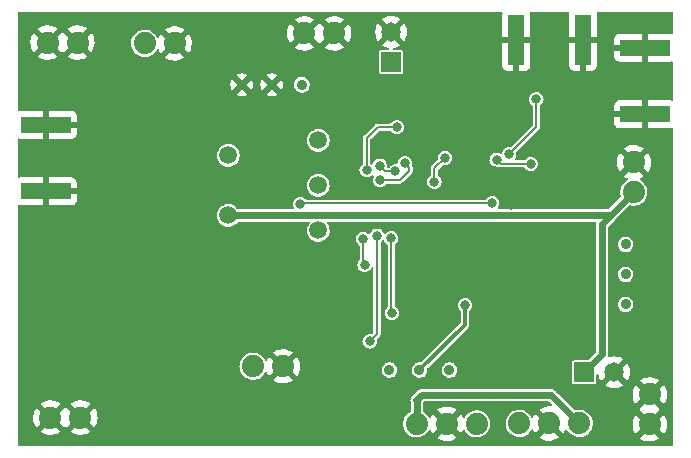
<source format=gbr>
%TF.GenerationSoftware,KiCad,Pcbnew,(6.0.2)*%
%TF.CreationDate,2022-12-27T17:28:47-08:00*%
%TF.ProjectId,qsd_revB,7173645f-7265-4764-922e-6b696361645f,rev?*%
%TF.SameCoordinates,Original*%
%TF.FileFunction,Copper,L2,Bot*%
%TF.FilePolarity,Positive*%
%FSLAX46Y46*%
G04 Gerber Fmt 4.6, Leading zero omitted, Abs format (unit mm)*
G04 Created by KiCad (PCBNEW (6.0.2)) date 2022-12-27 17:28:47*
%MOMM*%
%LPD*%
G01*
G04 APERTURE LIST*
%TA.AperFunction,ComponentPad*%
%ADD10C,1.879600*%
%TD*%
%TA.AperFunction,SMDPad,CuDef*%
%ADD11R,1.350000X4.200000*%
%TD*%
%TA.AperFunction,SMDPad,CuDef*%
%ADD12R,4.200000X1.350000*%
%TD*%
%TA.AperFunction,ComponentPad*%
%ADD13C,0.914400*%
%TD*%
%TA.AperFunction,ComponentPad*%
%ADD14C,1.500000*%
%TD*%
%TA.AperFunction,ComponentPad*%
%ADD15C,1.651000*%
%TD*%
%TA.AperFunction,ComponentPad*%
%ADD16R,1.651000X1.651000*%
%TD*%
%TA.AperFunction,ViaPad*%
%ADD17C,0.800000*%
%TD*%
%TA.AperFunction,Conductor*%
%ADD18C,0.203200*%
%TD*%
%TA.AperFunction,Conductor*%
%ADD19C,0.609600*%
%TD*%
%TA.AperFunction,Conductor*%
%ADD20C,0.304800*%
%TD*%
G04 APERTURE END LIST*
D10*
%TO.P,JP5,2,2*%
%TO.N,GND*%
X140591100Y-90579600D03*
%TO.P,JP5,1,1*%
X138051100Y-90579600D03*
%TD*%
D11*
%TO.P,J3,2,Ext*%
%TO.N,GND*%
X156001100Y-91154600D03*
X161651100Y-91154600D03*
%TD*%
D12*
%TO.P,J2,2,Ext*%
%TO.N,GND*%
X116163600Y-98304600D03*
X116163600Y-103954600D03*
%TD*%
%TO.P,J1,2,Ext*%
%TO.N,GND*%
X166888600Y-97429600D03*
X166888600Y-91779600D03*
%TD*%
D10*
%TO.P,JP7,1,1*%
%TO.N,GND*%
X127071100Y-91429600D03*
%TO.P,JP7,2,2*%
%TO.N,Net-(R5-Pad1)*%
X124531100Y-91429600D03*
%TD*%
D13*
%TO.P,R3,1,A*%
%TO.N,Net-(R3-Pad1)*%
X150341100Y-119079600D03*
%TO.P,R3,2,S*%
%TO.N,Net-(C21-Pad2)*%
X147801100Y-119079600D03*
%TO.P,R3,3,E*%
%TO.N,Net-(R2-Pad1)*%
X145261100Y-119079600D03*
%TD*%
D14*
%TO.P,T1,4,4*%
%TO.N,Net-(C6-Pad2)*%
X139236100Y-103454600D03*
%TO.P,T1,5,5*%
%TO.N,Net-(IC5-Pad9)*%
X139236100Y-107264600D03*
%TO.P,T1,3,3*%
%TO.N,Net-(IC5-Pad7)*%
X139236100Y-99644600D03*
%TO.P,T1,2,2*%
%TO.N,/VCC5*%
X131616100Y-105994600D03*
%TO.P,T1,1,1*%
%TO.N,Net-(R6-Pad1)*%
X131616100Y-100914600D03*
%TD*%
D15*
%TO.P,C19,2,-*%
%TO.N,GND*%
X164296100Y-119254600D03*
D16*
%TO.P,C19,1,+*%
%TO.N,/VCC5*%
X161756100Y-119254600D03*
%TD*%
D15*
%TO.P,C7,2,-*%
%TO.N,GND*%
X145401100Y-90459600D03*
D16*
%TO.P,C7,1,+*%
%TO.N,Net-(C6-Pad2)*%
X145401100Y-92999600D03*
%TD*%
D10*
%TO.P,JP8,3,3*%
%TO.N,/Q-PHASE*%
X152641100Y-123629600D03*
%TO.P,JP8,2,2*%
%TO.N,GND*%
X150101100Y-123629600D03*
%TO.P,JP8,1,1*%
%TO.N,/I-PHASE*%
X147561100Y-123629600D03*
%TD*%
%TO.P,JP4,2,2*%
%TO.N,/VCC5*%
X165951100Y-104019600D03*
%TO.P,JP4,1,1*%
%TO.N,GND*%
X165951100Y-101479600D03*
%TD*%
%TO.P,JP6,2,2*%
%TO.N,/SIDEBAND*%
X133706100Y-118754600D03*
%TO.P,JP6,1,1*%
%TO.N,GND*%
X136246100Y-118754600D03*
%TD*%
%TO.P,JP1,2,2*%
%TO.N,GND*%
X118846100Y-91354600D03*
%TO.P,JP1,1,1*%
X116306100Y-91354600D03*
%TD*%
%TO.P,JP2,2,2*%
%TO.N,GND*%
X116556100Y-123104600D03*
%TO.P,JP2,1,1*%
X119096100Y-123104600D03*
%TD*%
%TO.P,JP3,2,2*%
%TO.N,GND*%
X167296100Y-121134600D03*
%TO.P,JP3,1,1*%
X167296100Y-123674600D03*
%TD*%
D13*
%TO.P,R9,3,E*%
%TO.N,GND*%
X132761100Y-94929600D03*
%TO.P,R9,2,S*%
X135301100Y-94929600D03*
%TO.P,R9,1,A*%
%TO.N,Net-(C6-Pad2)*%
X137841100Y-94929600D03*
%TD*%
%TO.P,R32,3,E*%
%TO.N,Net-(R28-Pad1)*%
X165251100Y-108439600D03*
%TO.P,R32,2,S*%
%TO.N,/I-PHASE*%
X165251100Y-110979600D03*
%TO.P,R32,1,A*%
X165251100Y-113519600D03*
%TD*%
D10*
%TO.P,JP9,3,3*%
%TO.N,/Q-PHASE*%
X156246100Y-123604600D03*
%TO.P,JP9,2,2*%
%TO.N,GND*%
X158786100Y-123604600D03*
%TO.P,JP9,1,1*%
%TO.N,/I-PHASE*%
X161326100Y-123604600D03*
%TD*%
D17*
%TO.N,GND*%
X158256100Y-104954600D03*
X136796100Y-107844600D03*
X132986100Y-107614600D03*
X148906100Y-91854600D03*
X161506100Y-112174600D03*
X157316100Y-112364600D03*
X146166100Y-117614600D03*
X140006100Y-123364600D03*
X129276100Y-123174600D03*
X116836100Y-119364600D03*
X117706100Y-109624600D03*
X131186100Y-113884600D03*
X128016100Y-109734600D03*
X133996100Y-104294600D03*
X134296100Y-99884600D03*
X149556100Y-97634600D03*
X159456100Y-99704600D03*
X141296100Y-102014600D03*
X151876100Y-104284600D03*
X161236100Y-115994600D03*
X152176100Y-109574600D03*
X159466100Y-101714600D03*
X162146100Y-98414600D03*
X163706100Y-97594600D03*
X163476100Y-91614600D03*
X154166100Y-90894600D03*
X150936100Y-94834600D03*
X147136100Y-94274600D03*
X155436100Y-95454600D03*
X152706100Y-100884600D03*
X153046100Y-102504600D03*
X155526100Y-105134600D03*
X156126100Y-107084600D03*
X136396100Y-112994600D03*
X140656100Y-116424600D03*
X140636100Y-114294600D03*
X140706100Y-112264600D03*
X140706100Y-110084600D03*
X143526100Y-95974600D03*
X126446100Y-95694600D03*
X123726100Y-104994600D03*
%TO.N,/SIDEBAND*%
X137686100Y-105024600D03*
X153956100Y-104964600D03*
X154336100Y-101254600D03*
X157216100Y-101614600D03*
%TO.N,/CLK0*%
X157696100Y-96164600D03*
X155406100Y-100794600D03*
%TO.N,/P1*%
X149066100Y-103144600D03*
X149956100Y-101114600D03*
%TO.N,/180-DEG*%
X143326100Y-102164600D03*
%TO.N,/0-DEG*%
X144426100Y-101764600D03*
X145766100Y-102254600D03*
%TO.N,/270-DEG*%
X146546100Y-101574600D03*
X144456100Y-102984600D03*
%TO.N,/180-DEG*%
X145876100Y-98514600D03*
%TO.N,Net-(C21-Pad2)*%
X151651100Y-113604600D03*
%TO.N,/90-DEG*%
X145451100Y-114254600D03*
X145401100Y-107929600D03*
%TO.N,/270-DEG*%
X143576100Y-116654600D03*
X144201100Y-107704600D03*
%TO.N,/180-DEG*%
X143151100Y-110179600D03*
X143028117Y-107967927D03*
%TD*%
D18*
%TO.N,/P1*%
X149066100Y-102004600D02*
X149956100Y-101114600D01*
X149066100Y-103144600D02*
X149066100Y-102004600D01*
D19*
%TO.N,/VCC5*%
X163286100Y-117724600D02*
X161756100Y-119254600D01*
X163286100Y-106684600D02*
X163286100Y-117724600D01*
X163976100Y-105994600D02*
X163286100Y-106684600D01*
D18*
%TO.N,/SIDEBAND*%
X137746100Y-104964600D02*
X137686100Y-105024600D01*
X153956100Y-104964600D02*
X137746100Y-104964600D01*
X154696100Y-101614600D02*
X154336100Y-101254600D01*
X157216100Y-101614600D02*
X154696100Y-101614600D01*
D19*
%TO.N,/VCC5*%
X163976100Y-105994600D02*
X165951100Y-104019600D01*
X131616100Y-105994600D02*
X163976100Y-105994600D01*
D18*
%TO.N,/CLK0*%
X157696100Y-98504600D02*
X157696100Y-96164600D01*
X155406100Y-100794600D02*
X157696100Y-98504600D01*
D19*
%TO.N,/I-PHASE*%
X147976100Y-121224600D02*
X147546100Y-121654600D01*
X147561100Y-121669600D02*
X147561100Y-123629600D01*
X161326100Y-123604600D02*
X158946100Y-121224600D01*
X158946100Y-121224600D02*
X147976100Y-121224600D01*
X147546100Y-121654600D02*
X147561100Y-121669600D01*
D18*
%TO.N,/180-DEG*%
X144246100Y-98514600D02*
X145876100Y-98514600D01*
X143326100Y-99434600D02*
X144246100Y-98514600D01*
X143326100Y-102164600D02*
X143326100Y-99434600D01*
%TO.N,/0-DEG*%
X144916100Y-102254600D02*
X144426100Y-101764600D01*
X145766100Y-102254600D02*
X144916100Y-102254600D01*
%TO.N,/270-DEG*%
X146906100Y-102204600D02*
X146906100Y-101934600D01*
X146126100Y-102984600D02*
X146906100Y-102204600D01*
X144456100Y-102984600D02*
X146126100Y-102984600D01*
X146906100Y-101934600D02*
X146546100Y-101574600D01*
D20*
%TO.N,Net-(C21-Pad2)*%
X151651100Y-115229600D02*
X151651100Y-113604600D01*
X147801100Y-119079600D02*
X151651100Y-115229600D01*
D18*
%TO.N,/90-DEG*%
X145401100Y-114204600D02*
X145451100Y-114254600D01*
X145401100Y-107929600D02*
X145401100Y-114204600D01*
%TO.N,/270-DEG*%
X144201100Y-116029600D02*
X143576100Y-116654600D01*
X144201100Y-107704600D02*
X144201100Y-116029600D01*
%TO.N,/180-DEG*%
X143028117Y-110056617D02*
X143151100Y-110179600D01*
X143028117Y-107967927D02*
X143028117Y-110056617D01*
%TD*%
%TA.AperFunction,Conductor*%
%TO.N,GND*%
G36*
X126462949Y-88782261D02*
G01*
X154740107Y-88783273D01*
X154799234Y-88802487D01*
X154835777Y-88852788D01*
X154834298Y-88919186D01*
X154827062Y-88938487D01*
X154824167Y-88950662D01*
X154818394Y-89003809D01*
X154818100Y-89009232D01*
X154818100Y-90884667D01*
X154822288Y-90897557D01*
X154826477Y-90900600D01*
X157168166Y-90900600D01*
X157181056Y-90896412D01*
X157184099Y-90892223D01*
X157184099Y-89009233D01*
X157183805Y-89003809D01*
X157178033Y-88950661D01*
X157175139Y-88938492D01*
X157167936Y-88919277D01*
X157165170Y-88857164D01*
X157199442Y-88805288D01*
X157262139Y-88783364D01*
X160069201Y-88783464D01*
X160390027Y-88783475D01*
X160449157Y-88802690D01*
X160485700Y-88852991D01*
X160484222Y-88919386D01*
X160477063Y-88938484D01*
X160474167Y-88950662D01*
X160468394Y-89003809D01*
X160468100Y-89009232D01*
X160468100Y-90884667D01*
X160472288Y-90897557D01*
X160476477Y-90900600D01*
X162818166Y-90900600D01*
X162831056Y-90896412D01*
X162834099Y-90892223D01*
X162834099Y-89009233D01*
X162833805Y-89003809D01*
X162828033Y-88950661D01*
X162825139Y-88938491D01*
X162818012Y-88919481D01*
X162815245Y-88857369D01*
X162849515Y-88805492D01*
X162912214Y-88783566D01*
X166756056Y-88783703D01*
X169172509Y-88783789D01*
X169231638Y-88803004D01*
X169268181Y-88853305D01*
X169273104Y-88884319D01*
X169274169Y-90465523D01*
X169274208Y-90523885D01*
X169255035Y-90583029D01*
X169204760Y-90619608D01*
X169138295Y-90618151D01*
X169104716Y-90605563D01*
X169092538Y-90602667D01*
X169039391Y-90596894D01*
X169033968Y-90596600D01*
X167158533Y-90596600D01*
X167145643Y-90600788D01*
X167142600Y-90604977D01*
X167142600Y-92946666D01*
X167146788Y-92959556D01*
X167150977Y-92962599D01*
X169033967Y-92962599D01*
X169039391Y-92962305D01*
X169092539Y-92956533D01*
X169104715Y-92953638D01*
X169139986Y-92940415D01*
X169202098Y-92937648D01*
X169253974Y-92971919D01*
X169275899Y-93034544D01*
X169276294Y-93621802D01*
X169278013Y-96175312D01*
X169258840Y-96234456D01*
X169208565Y-96271035D01*
X169142099Y-96269578D01*
X169104713Y-96255562D01*
X169092538Y-96252667D01*
X169039391Y-96246894D01*
X169033968Y-96246600D01*
X167158533Y-96246600D01*
X167145643Y-96250788D01*
X167142600Y-96254977D01*
X167142600Y-98596666D01*
X167146788Y-98609556D01*
X167150977Y-98612599D01*
X169033967Y-98612599D01*
X169039391Y-98612305D01*
X169092539Y-98606533D01*
X169104715Y-98603638D01*
X169143790Y-98588989D01*
X169205902Y-98586222D01*
X169257779Y-98620493D01*
X169279703Y-98683118D01*
X169290599Y-114863509D01*
X169297695Y-125400732D01*
X169278522Y-125459876D01*
X169228247Y-125496455D01*
X169197095Y-125501400D01*
X113879900Y-125501400D01*
X113820769Y-125482187D01*
X113784224Y-125431887D01*
X113779300Y-125400800D01*
X113779300Y-124820489D01*
X149274926Y-124820489D01*
X149281853Y-124827828D01*
X149469817Y-124937665D01*
X149477240Y-124941221D01*
X149691935Y-125023205D01*
X149699840Y-125025502D01*
X149925042Y-125071320D01*
X149933213Y-125072294D01*
X150162869Y-125080714D01*
X150171099Y-125080341D01*
X150399056Y-125051140D01*
X150407098Y-125049430D01*
X150627225Y-124983389D01*
X150634888Y-124980386D01*
X150841264Y-124879283D01*
X150848338Y-124875066D01*
X150916507Y-124826441D01*
X150924568Y-124815546D01*
X150924576Y-124814668D01*
X150920901Y-124808612D01*
X150907778Y-124795489D01*
X157959926Y-124795489D01*
X157966853Y-124802828D01*
X158154817Y-124912665D01*
X158162240Y-124916221D01*
X158376935Y-124998205D01*
X158384840Y-125000502D01*
X158610042Y-125046320D01*
X158618213Y-125047294D01*
X158847869Y-125055714D01*
X158856099Y-125055341D01*
X159084056Y-125026140D01*
X159092098Y-125024430D01*
X159312225Y-124958389D01*
X159319888Y-124955386D01*
X159503390Y-124865489D01*
X166469926Y-124865489D01*
X166476853Y-124872828D01*
X166664817Y-124982665D01*
X166672240Y-124986221D01*
X166886935Y-125068205D01*
X166894840Y-125070502D01*
X167120042Y-125116320D01*
X167128213Y-125117294D01*
X167357869Y-125125714D01*
X167366099Y-125125341D01*
X167594056Y-125096140D01*
X167602098Y-125094430D01*
X167822225Y-125028389D01*
X167829888Y-125025386D01*
X168036264Y-124924283D01*
X168043338Y-124920066D01*
X168111507Y-124871441D01*
X168119568Y-124860546D01*
X168119576Y-124859668D01*
X168115901Y-124853612D01*
X167307368Y-124045078D01*
X167295289Y-124038923D01*
X167290177Y-124039733D01*
X166475643Y-124854268D01*
X166469926Y-124865489D01*
X159503390Y-124865489D01*
X159526264Y-124854283D01*
X159533338Y-124850066D01*
X159601507Y-124801441D01*
X159609568Y-124790546D01*
X159609576Y-124789668D01*
X159605901Y-124783612D01*
X158797368Y-123975078D01*
X158785289Y-123968923D01*
X158780177Y-123969733D01*
X157965643Y-124784268D01*
X157959926Y-124795489D01*
X150907778Y-124795489D01*
X150112368Y-124000078D01*
X150100289Y-123993923D01*
X150095177Y-123994733D01*
X149280643Y-124809268D01*
X149274926Y-124820489D01*
X113779300Y-124820489D01*
X113779300Y-124295489D01*
X115729926Y-124295489D01*
X115736853Y-124302828D01*
X115924817Y-124412665D01*
X115932240Y-124416221D01*
X116146935Y-124498205D01*
X116154840Y-124500502D01*
X116380042Y-124546320D01*
X116388213Y-124547294D01*
X116617869Y-124555714D01*
X116626099Y-124555341D01*
X116854056Y-124526140D01*
X116862098Y-124524430D01*
X117082225Y-124458389D01*
X117089888Y-124455386D01*
X117296264Y-124354283D01*
X117303338Y-124350066D01*
X117371507Y-124301441D01*
X117375911Y-124295489D01*
X118269926Y-124295489D01*
X118276853Y-124302828D01*
X118464817Y-124412665D01*
X118472240Y-124416221D01*
X118686935Y-124498205D01*
X118694840Y-124500502D01*
X118920042Y-124546320D01*
X118928213Y-124547294D01*
X119157869Y-124555714D01*
X119166099Y-124555341D01*
X119394056Y-124526140D01*
X119402098Y-124524430D01*
X119622225Y-124458389D01*
X119629888Y-124455386D01*
X119836264Y-124354283D01*
X119843338Y-124350066D01*
X119911507Y-124301441D01*
X119919568Y-124290546D01*
X119919576Y-124289668D01*
X119915901Y-124283612D01*
X119107368Y-123475078D01*
X119095289Y-123468923D01*
X119090177Y-123469733D01*
X118275643Y-124284268D01*
X118269926Y-124295489D01*
X117375911Y-124295489D01*
X117379568Y-124290546D01*
X117379576Y-124289668D01*
X117375901Y-124283612D01*
X116567368Y-123475078D01*
X116555289Y-123468923D01*
X116550177Y-123469733D01*
X115735643Y-124284268D01*
X115729926Y-124295489D01*
X113779300Y-124295489D01*
X113779300Y-123073231D01*
X115104010Y-123073231D01*
X115117239Y-123302667D01*
X115118382Y-123310806D01*
X115168909Y-123535012D01*
X115171368Y-123542857D01*
X115257833Y-123755796D01*
X115261542Y-123763137D01*
X115358394Y-123921185D01*
X115368237Y-123929591D01*
X115376558Y-123924931D01*
X116185622Y-123115868D01*
X116190950Y-123105411D01*
X116920423Y-123105411D01*
X116921233Y-123110523D01*
X117732466Y-123921755D01*
X117744545Y-123927910D01*
X117745504Y-123927758D01*
X117759896Y-123915401D01*
X117762838Y-123918827D01*
X117794081Y-123895871D01*
X117856254Y-123895538D01*
X117891014Y-123914882D01*
X117908237Y-123929591D01*
X117916558Y-123924931D01*
X118725622Y-123115868D01*
X118730950Y-123105411D01*
X119460423Y-123105411D01*
X119461233Y-123110523D01*
X120272466Y-123921755D01*
X120284545Y-123927910D01*
X120285504Y-123927758D01*
X120290760Y-123923245D01*
X120338955Y-123856175D01*
X120343186Y-123849134D01*
X120445017Y-123643093D01*
X120448044Y-123635448D01*
X120458954Y-123599538D01*
X146413095Y-123599538D01*
X146426840Y-123809249D01*
X146427973Y-123813709D01*
X146427973Y-123813711D01*
X146477435Y-124008472D01*
X146477437Y-124008477D01*
X146478571Y-124012943D01*
X146566557Y-124203799D01*
X146687851Y-124375425D01*
X146691156Y-124378644D01*
X146691158Y-124378647D01*
X146736939Y-124423245D01*
X146838389Y-124522074D01*
X146842222Y-124524635D01*
X146842223Y-124524636D01*
X146888735Y-124555714D01*
X147013131Y-124638833D01*
X147206225Y-124721792D01*
X147210721Y-124722809D01*
X147210726Y-124722811D01*
X147406705Y-124767156D01*
X147411204Y-124768174D01*
X147516203Y-124772299D01*
X147616594Y-124776244D01*
X147616595Y-124776244D01*
X147621203Y-124776425D01*
X147625760Y-124775764D01*
X147625765Y-124775764D01*
X147744292Y-124758578D01*
X147829188Y-124746269D01*
X148028196Y-124678715D01*
X148211560Y-124576026D01*
X148373141Y-124441641D01*
X148507526Y-124280060D01*
X148576288Y-124157277D01*
X148621943Y-124115074D01*
X148683686Y-124107766D01*
X148737933Y-124138146D01*
X148757269Y-124168585D01*
X148802833Y-124280796D01*
X148806542Y-124288137D01*
X148903394Y-124446185D01*
X148913237Y-124454591D01*
X148921558Y-124449931D01*
X149730622Y-123640868D01*
X149735950Y-123630411D01*
X150465423Y-123630411D01*
X150466233Y-123635523D01*
X151277466Y-124446755D01*
X151289545Y-124452910D01*
X151290504Y-124452758D01*
X151295760Y-124448245D01*
X151343955Y-124381175D01*
X151348186Y-124374134D01*
X151449844Y-124168444D01*
X151493268Y-124123946D01*
X151554553Y-124113471D01*
X151610292Y-124141018D01*
X151631390Y-124170898D01*
X151646557Y-124203799D01*
X151767851Y-124375425D01*
X151771156Y-124378644D01*
X151771158Y-124378647D01*
X151816939Y-124423245D01*
X151918389Y-124522074D01*
X151922222Y-124524635D01*
X151922223Y-124524636D01*
X151968735Y-124555714D01*
X152093131Y-124638833D01*
X152286225Y-124721792D01*
X152290721Y-124722809D01*
X152290726Y-124722811D01*
X152486705Y-124767156D01*
X152491204Y-124768174D01*
X152596203Y-124772299D01*
X152696594Y-124776244D01*
X152696595Y-124776244D01*
X152701203Y-124776425D01*
X152705760Y-124775764D01*
X152705765Y-124775764D01*
X152824292Y-124758578D01*
X152909188Y-124746269D01*
X153108196Y-124678715D01*
X153291560Y-124576026D01*
X153453141Y-124441641D01*
X153587526Y-124280060D01*
X153690215Y-124096696D01*
X153757769Y-123897688D01*
X153778342Y-123755796D01*
X153787500Y-123692638D01*
X153787501Y-123692629D01*
X153787925Y-123689703D01*
X153788026Y-123685868D01*
X153789422Y-123632556D01*
X153789422Y-123632549D01*
X153789499Y-123629600D01*
X153784440Y-123574538D01*
X155098095Y-123574538D01*
X155111840Y-123784249D01*
X155112973Y-123788709D01*
X155112973Y-123788711D01*
X155162435Y-123983472D01*
X155162437Y-123983477D01*
X155163571Y-123987943D01*
X155251557Y-124178799D01*
X155372851Y-124350425D01*
X155376156Y-124353644D01*
X155376158Y-124353647D01*
X155437182Y-124413094D01*
X155523389Y-124497074D01*
X155698131Y-124613833D01*
X155891225Y-124696792D01*
X155895721Y-124697809D01*
X155895726Y-124697811D01*
X156091705Y-124742156D01*
X156096204Y-124743174D01*
X156174976Y-124746269D01*
X156301594Y-124751244D01*
X156301595Y-124751244D01*
X156306203Y-124751425D01*
X156310760Y-124750764D01*
X156310765Y-124750764D01*
X156429292Y-124733578D01*
X156514188Y-124721269D01*
X156713196Y-124653715D01*
X156896560Y-124551026D01*
X157058141Y-124416641D01*
X157192526Y-124255060D01*
X157261288Y-124132277D01*
X157306943Y-124090074D01*
X157368686Y-124082766D01*
X157422933Y-124113146D01*
X157442269Y-124143585D01*
X157487833Y-124255796D01*
X157491542Y-124263137D01*
X157588394Y-124421185D01*
X157598237Y-124429591D01*
X157606558Y-124424931D01*
X158415622Y-123615868D01*
X158421777Y-123603789D01*
X158420967Y-123598677D01*
X157609780Y-122787491D01*
X157597701Y-122781336D01*
X157597400Y-122781384D01*
X157591374Y-122786687D01*
X157525260Y-122883606D01*
X157521192Y-122890766D01*
X157439000Y-123067833D01*
X157396676Y-123113379D01*
X157335665Y-123125348D01*
X157279270Y-123099171D01*
X157257530Y-123069978D01*
X157225271Y-123004563D01*
X157182195Y-122946877D01*
X157102290Y-122839870D01*
X157102285Y-122839865D01*
X157099527Y-122836171D01*
X157091122Y-122828401D01*
X156972246Y-122718514D01*
X156945201Y-122693514D01*
X156941305Y-122691056D01*
X156941300Y-122691052D01*
X156841141Y-122627857D01*
X156767462Y-122581369D01*
X156572263Y-122503492D01*
X156366140Y-122462492D01*
X156259408Y-122461095D01*
X156160611Y-122459801D01*
X156160607Y-122459801D01*
X156155998Y-122459741D01*
X156151453Y-122460522D01*
X155953420Y-122494550D01*
X155953415Y-122494551D01*
X155948872Y-122495332D01*
X155880998Y-122520372D01*
X155756032Y-122566474D01*
X155756030Y-122566475D01*
X155751701Y-122568072D01*
X155729351Y-122581369D01*
X155575052Y-122673167D01*
X155575047Y-122673171D01*
X155571088Y-122675526D01*
X155567622Y-122678565D01*
X155567620Y-122678567D01*
X155416548Y-122811053D01*
X155416545Y-122811056D01*
X155413081Y-122814094D01*
X155410228Y-122817713D01*
X155410227Y-122817714D01*
X155367872Y-122871441D01*
X155282972Y-122979137D01*
X155185118Y-123165127D01*
X155122796Y-123365834D01*
X155122255Y-123370408D01*
X155101845Y-123542857D01*
X155098095Y-123574538D01*
X153784440Y-123574538D01*
X153770691Y-123424909D01*
X153770690Y-123424904D01*
X153770269Y-123420321D01*
X153713223Y-123218051D01*
X153705624Y-123202642D01*
X153622314Y-123033705D01*
X153622312Y-123033702D01*
X153620271Y-123029563D01*
X153568898Y-122960766D01*
X153497290Y-122864870D01*
X153497285Y-122864865D01*
X153494527Y-122861171D01*
X153483940Y-122851384D01*
X153343589Y-122721646D01*
X153340201Y-122718514D01*
X153336305Y-122716056D01*
X153336300Y-122716052D01*
X153251332Y-122662442D01*
X153162462Y-122606369D01*
X152967263Y-122528492D01*
X152761140Y-122487492D01*
X152654408Y-122486095D01*
X152555611Y-122484801D01*
X152555607Y-122484801D01*
X152550998Y-122484741D01*
X152546453Y-122485522D01*
X152348420Y-122519550D01*
X152348415Y-122519551D01*
X152343872Y-122520332D01*
X152283032Y-122542777D01*
X152151032Y-122591474D01*
X152151030Y-122591475D01*
X152146701Y-122593072D01*
X152129365Y-122603386D01*
X151970052Y-122698167D01*
X151970047Y-122698171D01*
X151966088Y-122700526D01*
X151962622Y-122703565D01*
X151962620Y-122703567D01*
X151811548Y-122836053D01*
X151811545Y-122836056D01*
X151808081Y-122839094D01*
X151805228Y-122842713D01*
X151805227Y-122842714D01*
X151787761Y-122864870D01*
X151677972Y-123004137D01*
X151675826Y-123008216D01*
X151627795Y-123099508D01*
X151583259Y-123142892D01*
X151521729Y-123151814D01*
X151466705Y-123122865D01*
X151446509Y-123092781D01*
X151383068Y-122946877D01*
X151379187Y-122939638D01*
X151297921Y-122814021D01*
X151287566Y-122805606D01*
X151279870Y-122810041D01*
X150471578Y-123618332D01*
X150465423Y-123630411D01*
X149735950Y-123630411D01*
X149736777Y-123628789D01*
X149735967Y-123623677D01*
X148924780Y-122812491D01*
X148912701Y-122806336D01*
X148912400Y-122806384D01*
X148906374Y-122811687D01*
X148840260Y-122908606D01*
X148836192Y-122915766D01*
X148754000Y-123092833D01*
X148711676Y-123138379D01*
X148650665Y-123150348D01*
X148594270Y-123124171D01*
X148572530Y-123094978D01*
X148540271Y-123029563D01*
X148488898Y-122960766D01*
X148417290Y-122864870D01*
X148417285Y-122864865D01*
X148414527Y-122861171D01*
X148403940Y-122851384D01*
X148263589Y-122721646D01*
X148260201Y-122718514D01*
X148256305Y-122716056D01*
X148256300Y-122716052D01*
X148124102Y-122632642D01*
X148116518Y-122627856D01*
X148076762Y-122580055D01*
X148069600Y-122542777D01*
X148069600Y-122442958D01*
X149277096Y-122442958D01*
X149277120Y-122444501D01*
X149280282Y-122449571D01*
X150089832Y-123259122D01*
X150101911Y-123265277D01*
X150107023Y-123264467D01*
X150919971Y-122451518D01*
X150926126Y-122439439D01*
X150925781Y-122437265D01*
X150922698Y-122433505D01*
X150908290Y-122422126D01*
X150901429Y-122417567D01*
X150700234Y-122306501D01*
X150692731Y-122303130D01*
X150476092Y-122226414D01*
X150468137Y-122224312D01*
X150241885Y-122184010D01*
X150233683Y-122183234D01*
X150003886Y-122180427D01*
X149995687Y-122181000D01*
X149768504Y-122215764D01*
X149760500Y-122217671D01*
X149542060Y-122289068D01*
X149534465Y-122292261D01*
X149330617Y-122398378D01*
X149323658Y-122402760D01*
X149284889Y-122431869D01*
X149277096Y-122442958D01*
X148069600Y-122442958D01*
X148069600Y-121891897D01*
X148088813Y-121832766D01*
X148099066Y-121820761D01*
X148157264Y-121762564D01*
X148212662Y-121734338D01*
X148228398Y-121733100D01*
X158693803Y-121733100D01*
X158752934Y-121752313D01*
X158764938Y-121762565D01*
X158988854Y-121986481D01*
X159017080Y-122041879D01*
X159007354Y-122103287D01*
X158963390Y-122147251D01*
X158916490Y-122158208D01*
X158688886Y-122155427D01*
X158680687Y-122156000D01*
X158453504Y-122190764D01*
X158445500Y-122192671D01*
X158227060Y-122264068D01*
X158219465Y-122267261D01*
X158015617Y-122373378D01*
X158008658Y-122377760D01*
X157969889Y-122406869D01*
X157962096Y-122417958D01*
X157962120Y-122419501D01*
X157965282Y-122424571D01*
X158786100Y-123245390D01*
X159962466Y-124421755D01*
X159974545Y-124427910D01*
X159975504Y-124427758D01*
X159980760Y-124423245D01*
X160028955Y-124356175D01*
X160033186Y-124349134D01*
X160134844Y-124143444D01*
X160178268Y-124098946D01*
X160239553Y-124088471D01*
X160295292Y-124116018D01*
X160316390Y-124145898D01*
X160331557Y-124178799D01*
X160452851Y-124350425D01*
X160456156Y-124353644D01*
X160456158Y-124353647D01*
X160517182Y-124413094D01*
X160603389Y-124497074D01*
X160778131Y-124613833D01*
X160971225Y-124696792D01*
X160975721Y-124697809D01*
X160975726Y-124697811D01*
X161171705Y-124742156D01*
X161176204Y-124743174D01*
X161254976Y-124746269D01*
X161381594Y-124751244D01*
X161381595Y-124751244D01*
X161386203Y-124751425D01*
X161390760Y-124750764D01*
X161390765Y-124750764D01*
X161509292Y-124733578D01*
X161594188Y-124721269D01*
X161793196Y-124653715D01*
X161976560Y-124551026D01*
X162138141Y-124416641D01*
X162272526Y-124255060D01*
X162375215Y-124071696D01*
X162442769Y-123872688D01*
X162459717Y-123755796D01*
X162472500Y-123667638D01*
X162472501Y-123667629D01*
X162472925Y-123664703D01*
X162473488Y-123643231D01*
X165844010Y-123643231D01*
X165857239Y-123872667D01*
X165858382Y-123880806D01*
X165908909Y-124105012D01*
X165911368Y-124112857D01*
X165997833Y-124325796D01*
X166001542Y-124333137D01*
X166098394Y-124491185D01*
X166108237Y-124499591D01*
X166116558Y-124494931D01*
X166925622Y-123685868D01*
X166930950Y-123675411D01*
X167660423Y-123675411D01*
X167661233Y-123680523D01*
X168472466Y-124491755D01*
X168484545Y-124497910D01*
X168485504Y-124497758D01*
X168490760Y-124493245D01*
X168538955Y-124426175D01*
X168543186Y-124419134D01*
X168645017Y-124213093D01*
X168648044Y-124205448D01*
X168714852Y-123985558D01*
X168716592Y-123977509D01*
X168746777Y-123748236D01*
X168747194Y-123742879D01*
X168748797Y-123677269D01*
X168748643Y-123671941D01*
X168729693Y-123441441D01*
X168728349Y-123433319D01*
X168672360Y-123210424D01*
X168669711Y-123202642D01*
X168578068Y-122991877D01*
X168574187Y-122984638D01*
X168492921Y-122859021D01*
X168482566Y-122850606D01*
X168474870Y-122855041D01*
X167666578Y-123663332D01*
X167660423Y-123675411D01*
X166930950Y-123675411D01*
X166931777Y-123673789D01*
X166930967Y-123668677D01*
X166119780Y-122857491D01*
X166107701Y-122851336D01*
X166107400Y-122851384D01*
X166101374Y-122856687D01*
X166035260Y-122953606D01*
X166031192Y-122960766D01*
X165934433Y-123169216D01*
X165931588Y-123176949D01*
X165870174Y-123398401D01*
X165868631Y-123406487D01*
X165844211Y-123634996D01*
X165844010Y-123643231D01*
X162473488Y-123643231D01*
X162474422Y-123607556D01*
X162474422Y-123607549D01*
X162474499Y-123604600D01*
X162462598Y-123475078D01*
X162455691Y-123399909D01*
X162455690Y-123399904D01*
X162455269Y-123395321D01*
X162398223Y-123193051D01*
X162390917Y-123178236D01*
X162307314Y-123008705D01*
X162307312Y-123008702D01*
X162305271Y-123004563D01*
X162262195Y-122946877D01*
X162182290Y-122839870D01*
X162182285Y-122839865D01*
X162179527Y-122836171D01*
X162171122Y-122828401D01*
X162052246Y-122718514D01*
X162025201Y-122693514D01*
X162021305Y-122691056D01*
X162021300Y-122691052D01*
X161921141Y-122627857D01*
X161847462Y-122581369D01*
X161652263Y-122503492D01*
X161446140Y-122462492D01*
X161339408Y-122461095D01*
X161240611Y-122459801D01*
X161240607Y-122459801D01*
X161235998Y-122459741D01*
X161028872Y-122495332D01*
X161024546Y-122496928D01*
X161024542Y-122496929D01*
X161021413Y-122498083D01*
X160959287Y-122500522D01*
X160915462Y-122474835D01*
X160766117Y-122325490D01*
X166469925Y-122325490D01*
X166480384Y-122336570D01*
X166507003Y-122392758D01*
X166495511Y-122453861D01*
X166487697Y-122462884D01*
X166489050Y-122463835D01*
X166472096Y-122487958D01*
X166472120Y-122489501D01*
X166475282Y-122494571D01*
X167284832Y-123304122D01*
X167296911Y-123310277D01*
X167302023Y-123309467D01*
X168114971Y-122496518D01*
X168121126Y-122484439D01*
X168120781Y-122482265D01*
X168110796Y-122470087D01*
X168112827Y-122468422D01*
X168087118Y-122429876D01*
X168089610Y-122367752D01*
X168103094Y-122342811D01*
X168119568Y-122320546D01*
X168119576Y-122319668D01*
X168115901Y-122313612D01*
X167307368Y-121505078D01*
X167295289Y-121498923D01*
X167290177Y-121499733D01*
X166475643Y-122314268D01*
X166469925Y-122325490D01*
X160766117Y-122325490D01*
X159543858Y-121103231D01*
X165844010Y-121103231D01*
X165857239Y-121332667D01*
X165858382Y-121340806D01*
X165908909Y-121565012D01*
X165911368Y-121572857D01*
X165997833Y-121785796D01*
X166001542Y-121793137D01*
X166098394Y-121951185D01*
X166108237Y-121959591D01*
X166116558Y-121954931D01*
X166925622Y-121145868D01*
X166930950Y-121135411D01*
X167660423Y-121135411D01*
X167661233Y-121140523D01*
X168472466Y-121951755D01*
X168484545Y-121957910D01*
X168485504Y-121957758D01*
X168490760Y-121953245D01*
X168538955Y-121886175D01*
X168543186Y-121879134D01*
X168645017Y-121673093D01*
X168648044Y-121665448D01*
X168714852Y-121445558D01*
X168716592Y-121437509D01*
X168746777Y-121208236D01*
X168747194Y-121202879D01*
X168748797Y-121137269D01*
X168748643Y-121131941D01*
X168729693Y-120901441D01*
X168728349Y-120893319D01*
X168672360Y-120670424D01*
X168669711Y-120662642D01*
X168578068Y-120451877D01*
X168574187Y-120444638D01*
X168492921Y-120319021D01*
X168482566Y-120310606D01*
X168474870Y-120315041D01*
X167666578Y-121123332D01*
X167660423Y-121135411D01*
X166930950Y-121135411D01*
X166931777Y-121133789D01*
X166930967Y-121128677D01*
X166119780Y-120317491D01*
X166107701Y-120311336D01*
X166107400Y-120311384D01*
X166101374Y-120316687D01*
X166035260Y-120413606D01*
X166031192Y-120420766D01*
X165934433Y-120629216D01*
X165931588Y-120636949D01*
X165870174Y-120858401D01*
X165868631Y-120866487D01*
X165844211Y-121094996D01*
X165844010Y-121103231D01*
X159543858Y-121103231D01*
X159353915Y-120913288D01*
X159345812Y-120903147D01*
X159345794Y-120903162D01*
X159341149Y-120897704D01*
X159337324Y-120891642D01*
X159296392Y-120855492D01*
X159291852Y-120851225D01*
X159279845Y-120839218D01*
X159270649Y-120832326D01*
X159264408Y-120827244D01*
X159228149Y-120795222D01*
X159219991Y-120791392D01*
X159218720Y-120790795D01*
X159201146Y-120780236D01*
X159192805Y-120773984D01*
X159166499Y-120764122D01*
X159147506Y-120757002D01*
X159140082Y-120753874D01*
X159096300Y-120733319D01*
X159086008Y-120731717D01*
X159066183Y-120726515D01*
X159063132Y-120725372D01*
X159063128Y-120725371D01*
X159056416Y-120722855D01*
X159028384Y-120720772D01*
X159008195Y-120719272D01*
X159000170Y-120718351D01*
X158989555Y-120716698D01*
X158989553Y-120716698D01*
X158985714Y-120716100D01*
X158969240Y-120716100D01*
X158961785Y-120715823D01*
X158918305Y-120712592D01*
X158911159Y-120712061D01*
X158904151Y-120713557D01*
X158904149Y-120713557D01*
X158902620Y-120713883D01*
X158881618Y-120716100D01*
X148044332Y-120716100D01*
X148031434Y-120714659D01*
X148031432Y-120714683D01*
X148024294Y-120714109D01*
X148017300Y-120712526D01*
X147982532Y-120714683D01*
X147962802Y-120715907D01*
X147956573Y-120716100D01*
X147939587Y-120716100D01*
X147936040Y-120716608D01*
X147936038Y-120716608D01*
X147933395Y-120716987D01*
X147928219Y-120717728D01*
X147920201Y-120718549D01*
X147903867Y-120719563D01*
X147879074Y-120721101D01*
X147879072Y-120721101D01*
X147871923Y-120721545D01*
X147865185Y-120723978D01*
X147865183Y-120723978D01*
X147862126Y-120725082D01*
X147842228Y-120730043D01*
X147831913Y-120731520D01*
X147787887Y-120751538D01*
X147780411Y-120754581D01*
X147734919Y-120771004D01*
X147729132Y-120775231D01*
X147729131Y-120775232D01*
X147726502Y-120777152D01*
X147708801Y-120787496D01*
X147705842Y-120788841D01*
X147705839Y-120788843D01*
X147699318Y-120791808D01*
X147693890Y-120796485D01*
X147662670Y-120823385D01*
X147656354Y-120828400D01*
X147644548Y-120837025D01*
X147632902Y-120848671D01*
X147627434Y-120853747D01*
X147588973Y-120886887D01*
X147584222Y-120894216D01*
X147570941Y-120910632D01*
X147192606Y-121288967D01*
X147192170Y-121289400D01*
X147136899Y-121344000D01*
X147121701Y-121371362D01*
X147114258Y-121382845D01*
X147095484Y-121407895D01*
X147092968Y-121414606D01*
X147092967Y-121414608D01*
X147085809Y-121433702D01*
X147079555Y-121447237D01*
X147069654Y-121465063D01*
X147069653Y-121465066D01*
X147066172Y-121471333D01*
X147064590Y-121478323D01*
X147064590Y-121478324D01*
X147059264Y-121501864D01*
X147055345Y-121514968D01*
X147044355Y-121544284D01*
X147043824Y-121551433D01*
X147042312Y-121571770D01*
X147040109Y-121586513D01*
X147035607Y-121606410D01*
X147035607Y-121606414D01*
X147034026Y-121613400D01*
X147034470Y-121620553D01*
X147035964Y-121644646D01*
X147035880Y-121658328D01*
X147035351Y-121665448D01*
X147033561Y-121689541D01*
X147039316Y-121716500D01*
X147041339Y-121731266D01*
X147043045Y-121758777D01*
X147045478Y-121765516D01*
X147046623Y-121768687D01*
X147052600Y-121802847D01*
X147052600Y-122544255D01*
X147033387Y-122603386D01*
X147003436Y-122630711D01*
X146890052Y-122698167D01*
X146890047Y-122698171D01*
X146886088Y-122700526D01*
X146882622Y-122703565D01*
X146882620Y-122703567D01*
X146731548Y-122836053D01*
X146731545Y-122836056D01*
X146728081Y-122839094D01*
X146725228Y-122842713D01*
X146725227Y-122842714D01*
X146707761Y-122864870D01*
X146597972Y-123004137D01*
X146595826Y-123008216D01*
X146524970Y-123142892D01*
X146500118Y-123190127D01*
X146462810Y-123310277D01*
X146444139Y-123370408D01*
X146437796Y-123390834D01*
X146413095Y-123599538D01*
X120458954Y-123599538D01*
X120514852Y-123415558D01*
X120516592Y-123407509D01*
X120546777Y-123178236D01*
X120547194Y-123172879D01*
X120548797Y-123107269D01*
X120548643Y-123101941D01*
X120529693Y-122871441D01*
X120528349Y-122863319D01*
X120472360Y-122640424D01*
X120469711Y-122632642D01*
X120378068Y-122421877D01*
X120374187Y-122414638D01*
X120292921Y-122289021D01*
X120282566Y-122280606D01*
X120274870Y-122285041D01*
X119466578Y-123093332D01*
X119460423Y-123105411D01*
X118730950Y-123105411D01*
X118731777Y-123103789D01*
X118730967Y-123098677D01*
X117919780Y-122287491D01*
X117907701Y-122281336D01*
X117907398Y-122281384D01*
X117892597Y-122294410D01*
X117835514Y-122319052D01*
X117774850Y-122305435D01*
X117762691Y-122296961D01*
X117742566Y-122280606D01*
X117734870Y-122285041D01*
X116926578Y-123093332D01*
X116920423Y-123105411D01*
X116190950Y-123105411D01*
X116191777Y-123103789D01*
X116190967Y-123098677D01*
X115379780Y-122287491D01*
X115367701Y-122281336D01*
X115367400Y-122281384D01*
X115361374Y-122286687D01*
X115295260Y-122383606D01*
X115291192Y-122390766D01*
X115194433Y-122599216D01*
X115191588Y-122606949D01*
X115130174Y-122828401D01*
X115128631Y-122836487D01*
X115104211Y-123064996D01*
X115104010Y-123073231D01*
X113779300Y-123073231D01*
X113779300Y-121917958D01*
X115732096Y-121917958D01*
X115732120Y-121919501D01*
X115735282Y-121924571D01*
X116544832Y-122734122D01*
X116556911Y-122740277D01*
X116562023Y-122739467D01*
X117374971Y-121926518D01*
X117379333Y-121917958D01*
X118272096Y-121917958D01*
X118272120Y-121919501D01*
X118275282Y-121924571D01*
X119084832Y-122734122D01*
X119096911Y-122740277D01*
X119102023Y-122739467D01*
X119914971Y-121926518D01*
X119921126Y-121914439D01*
X119920781Y-121912265D01*
X119917698Y-121908505D01*
X119903290Y-121897126D01*
X119896429Y-121892567D01*
X119695234Y-121781501D01*
X119687731Y-121778130D01*
X119471092Y-121701414D01*
X119463137Y-121699312D01*
X119236885Y-121659010D01*
X119228683Y-121658234D01*
X118998886Y-121655427D01*
X118990687Y-121656000D01*
X118763504Y-121690764D01*
X118755500Y-121692671D01*
X118537060Y-121764068D01*
X118529465Y-121767261D01*
X118325617Y-121873378D01*
X118318658Y-121877760D01*
X118279889Y-121906869D01*
X118272096Y-121917958D01*
X117379333Y-121917958D01*
X117381126Y-121914439D01*
X117380781Y-121912265D01*
X117377698Y-121908505D01*
X117363290Y-121897126D01*
X117356429Y-121892567D01*
X117155234Y-121781501D01*
X117147731Y-121778130D01*
X116931092Y-121701414D01*
X116923137Y-121699312D01*
X116696885Y-121659010D01*
X116688683Y-121658234D01*
X116458886Y-121655427D01*
X116450687Y-121656000D01*
X116223504Y-121690764D01*
X116215500Y-121692671D01*
X115997060Y-121764068D01*
X115989465Y-121767261D01*
X115785617Y-121873378D01*
X115778658Y-121877760D01*
X115739889Y-121906869D01*
X115732096Y-121917958D01*
X113779300Y-121917958D01*
X113779300Y-120360820D01*
X163555014Y-120360820D01*
X163555114Y-120361452D01*
X163560018Y-120367093D01*
X163623206Y-120411337D01*
X163630785Y-120415713D01*
X163834288Y-120510608D01*
X163842521Y-120513605D01*
X164059408Y-120571720D01*
X164068037Y-120573241D01*
X164291722Y-120592811D01*
X164300478Y-120592811D01*
X164524163Y-120573241D01*
X164532792Y-120571720D01*
X164749679Y-120513605D01*
X164757912Y-120510608D01*
X164961415Y-120415713D01*
X164968994Y-120411337D01*
X165029248Y-120369147D01*
X165037403Y-120358325D01*
X165037415Y-120357683D01*
X165033563Y-120351273D01*
X164307368Y-119625078D01*
X164295289Y-119618923D01*
X164290177Y-119619733D01*
X163561169Y-120348741D01*
X163555014Y-120360820D01*
X113779300Y-120360820D01*
X113779300Y-119945489D01*
X135419926Y-119945489D01*
X135426853Y-119952828D01*
X135614817Y-120062665D01*
X135622240Y-120066221D01*
X135836935Y-120148205D01*
X135844840Y-120150502D01*
X136070042Y-120196320D01*
X136078213Y-120197294D01*
X136307869Y-120205714D01*
X136316099Y-120205341D01*
X136544056Y-120176140D01*
X136552098Y-120174430D01*
X136772225Y-120108389D01*
X136779888Y-120105386D01*
X136986264Y-120004283D01*
X136993338Y-120000066D01*
X137061507Y-119951441D01*
X137069568Y-119940546D01*
X137069576Y-119939668D01*
X137065901Y-119933612D01*
X136257368Y-119125078D01*
X136245289Y-119118923D01*
X136240177Y-119119733D01*
X135425643Y-119934268D01*
X135419926Y-119945489D01*
X113779300Y-119945489D01*
X113779300Y-118724538D01*
X132558095Y-118724538D01*
X132571840Y-118934249D01*
X132572973Y-118938709D01*
X132572973Y-118938711D01*
X132622435Y-119133472D01*
X132622437Y-119133477D01*
X132623571Y-119137943D01*
X132711557Y-119328799D01*
X132832851Y-119500425D01*
X132836156Y-119503644D01*
X132836158Y-119503647D01*
X132858396Y-119525310D01*
X132983389Y-119647074D01*
X133158131Y-119763833D01*
X133351225Y-119846792D01*
X133355721Y-119847809D01*
X133355726Y-119847811D01*
X133551705Y-119892156D01*
X133556204Y-119893174D01*
X133661204Y-119897300D01*
X133761594Y-119901244D01*
X133761595Y-119901244D01*
X133766203Y-119901425D01*
X133770760Y-119900764D01*
X133770765Y-119900764D01*
X133889292Y-119883578D01*
X133974188Y-119871269D01*
X134173196Y-119803715D01*
X134356560Y-119701026D01*
X134518141Y-119566641D01*
X134652526Y-119405060D01*
X134721288Y-119282277D01*
X134766943Y-119240074D01*
X134828686Y-119232766D01*
X134882933Y-119263146D01*
X134902269Y-119293585D01*
X134947833Y-119405796D01*
X134951542Y-119413137D01*
X135048394Y-119571185D01*
X135058237Y-119579591D01*
X135066558Y-119574931D01*
X135875622Y-118765868D01*
X135880950Y-118755411D01*
X136610423Y-118755411D01*
X136611233Y-118760523D01*
X137422466Y-119571755D01*
X137434545Y-119577910D01*
X137435504Y-119577758D01*
X137440760Y-119573245D01*
X137488955Y-119506175D01*
X137493186Y-119499134D01*
X137595017Y-119293093D01*
X137598044Y-119285448D01*
X137662704Y-119072628D01*
X144595383Y-119072628D01*
X144596048Y-119078650D01*
X144612270Y-119225598D01*
X144612271Y-119225602D01*
X144612936Y-119231626D01*
X144667909Y-119381846D01*
X144757128Y-119514617D01*
X144761615Y-119518700D01*
X144776891Y-119532600D01*
X144875441Y-119622275D01*
X145016020Y-119698602D01*
X145021890Y-119700142D01*
X145164880Y-119737655D01*
X145164881Y-119737655D01*
X145170747Y-119739194D01*
X145248424Y-119740414D01*
X145324627Y-119741612D01*
X145324629Y-119741612D01*
X145330690Y-119741707D01*
X145336601Y-119740353D01*
X145336603Y-119740353D01*
X145480706Y-119707349D01*
X145480709Y-119707348D01*
X145486616Y-119705995D01*
X145526372Y-119686000D01*
X145624104Y-119636847D01*
X145624107Y-119636845D01*
X145629523Y-119634121D01*
X145702544Y-119571755D01*
X145746551Y-119534170D01*
X145746553Y-119534168D01*
X145751160Y-119530233D01*
X145754698Y-119525310D01*
X145840968Y-119405252D01*
X145840970Y-119405249D01*
X145844505Y-119400329D01*
X145891961Y-119282278D01*
X145901907Y-119257538D01*
X145901908Y-119257535D01*
X145904169Y-119251910D01*
X145922981Y-119119733D01*
X145926244Y-119096804D01*
X145926244Y-119096800D01*
X145926708Y-119093542D01*
X145926854Y-119079600D01*
X145926011Y-119072628D01*
X147135383Y-119072628D01*
X147136048Y-119078650D01*
X147152270Y-119225598D01*
X147152271Y-119225602D01*
X147152936Y-119231626D01*
X147207909Y-119381846D01*
X147297128Y-119514617D01*
X147301615Y-119518700D01*
X147316891Y-119532600D01*
X147415441Y-119622275D01*
X147556020Y-119698602D01*
X147561890Y-119700142D01*
X147704880Y-119737655D01*
X147704881Y-119737655D01*
X147710747Y-119739194D01*
X147788424Y-119740414D01*
X147864627Y-119741612D01*
X147864629Y-119741612D01*
X147870690Y-119741707D01*
X147876601Y-119740353D01*
X147876603Y-119740353D01*
X148020706Y-119707349D01*
X148020709Y-119707348D01*
X148026616Y-119705995D01*
X148066372Y-119686000D01*
X148164104Y-119636847D01*
X148164107Y-119636845D01*
X148169523Y-119634121D01*
X148242544Y-119571755D01*
X148286551Y-119534170D01*
X148286553Y-119534168D01*
X148291160Y-119530233D01*
X148294698Y-119525310D01*
X148380968Y-119405252D01*
X148380970Y-119405249D01*
X148384505Y-119400329D01*
X148431961Y-119282278D01*
X148441907Y-119257538D01*
X148441908Y-119257535D01*
X148444169Y-119251910D01*
X148462981Y-119119733D01*
X148466244Y-119096804D01*
X148466244Y-119096800D01*
X148466708Y-119093542D01*
X148466854Y-119079600D01*
X148466010Y-119072628D01*
X149675383Y-119072628D01*
X149676048Y-119078650D01*
X149692270Y-119225598D01*
X149692271Y-119225602D01*
X149692936Y-119231626D01*
X149747909Y-119381846D01*
X149837128Y-119514617D01*
X149841615Y-119518700D01*
X149856891Y-119532600D01*
X149955441Y-119622275D01*
X150096020Y-119698602D01*
X150101890Y-119700142D01*
X150244880Y-119737655D01*
X150244881Y-119737655D01*
X150250747Y-119739194D01*
X150328424Y-119740414D01*
X150404627Y-119741612D01*
X150404629Y-119741612D01*
X150410690Y-119741707D01*
X150416601Y-119740353D01*
X150416603Y-119740353D01*
X150560706Y-119707349D01*
X150560709Y-119707348D01*
X150566616Y-119705995D01*
X150606372Y-119686000D01*
X150704104Y-119636847D01*
X150704107Y-119636845D01*
X150709523Y-119634121D01*
X150782544Y-119571755D01*
X150826551Y-119534170D01*
X150826553Y-119534168D01*
X150831160Y-119530233D01*
X150834698Y-119525310D01*
X150920968Y-119405252D01*
X150920970Y-119405249D01*
X150924505Y-119400329D01*
X150971961Y-119282278D01*
X150981907Y-119257538D01*
X150981908Y-119257535D01*
X150984169Y-119251910D01*
X151002981Y-119119733D01*
X151006244Y-119096804D01*
X151006244Y-119096800D01*
X151006708Y-119093542D01*
X151006854Y-119079600D01*
X151006011Y-119072628D01*
X150988366Y-118926817D01*
X150988365Y-118926815D01*
X150987637Y-118920795D01*
X150931094Y-118771159D01*
X150840489Y-118639329D01*
X150721055Y-118532917D01*
X150684041Y-118513319D01*
X150585042Y-118460901D01*
X150585039Y-118460900D01*
X150579685Y-118458065D01*
X150424541Y-118419096D01*
X150418484Y-118419064D01*
X150418482Y-118419064D01*
X150340614Y-118418656D01*
X150264580Y-118418258D01*
X150258683Y-118419674D01*
X150258681Y-118419674D01*
X150199660Y-118433844D01*
X150109037Y-118455601D01*
X150103651Y-118458381D01*
X150103648Y-118458382D01*
X149981474Y-118521441D01*
X149966891Y-118528968D01*
X149846348Y-118634124D01*
X149842860Y-118639087D01*
X149842859Y-118639088D01*
X149786024Y-118719956D01*
X149754369Y-118764997D01*
X149752166Y-118770646D01*
X149752165Y-118770649D01*
X149729713Y-118828236D01*
X149696262Y-118914034D01*
X149675383Y-119072628D01*
X148466010Y-119072628D01*
X148455231Y-118983553D01*
X148467200Y-118922544D01*
X148483967Y-118900334D01*
X151868449Y-115515853D01*
X151885017Y-115502473D01*
X151887089Y-115501135D01*
X151894074Y-115496625D01*
X151914227Y-115471061D01*
X151918203Y-115466587D01*
X151918201Y-115466585D01*
X151920886Y-115463416D01*
X151923820Y-115460482D01*
X151934614Y-115445378D01*
X151937407Y-115441657D01*
X151967468Y-115403525D01*
X151970078Y-115396093D01*
X151970729Y-115394840D01*
X151975310Y-115388429D01*
X151989212Y-115341942D01*
X151990669Y-115337459D01*
X152006748Y-115291671D01*
X152007200Y-115286452D01*
X152007200Y-115284285D01*
X152007276Y-115282525D01*
X152007392Y-115281152D01*
X152009277Y-115274849D01*
X152007278Y-115223967D01*
X152007200Y-115220018D01*
X152007200Y-114141912D01*
X152026413Y-114082781D01*
X152046559Y-114062101D01*
X152076430Y-114039180D01*
X152081664Y-114035164D01*
X152178431Y-113909054D01*
X152239261Y-113762197D01*
X152243860Y-113727269D01*
X152259148Y-113611140D01*
X152260009Y-113604600D01*
X152248819Y-113519600D01*
X152240122Y-113453541D01*
X152240121Y-113453539D01*
X152239261Y-113447003D01*
X152178431Y-113300146D01*
X152081664Y-113174036D01*
X151955555Y-113077269D01*
X151808697Y-113016439D01*
X151802161Y-113015579D01*
X151802159Y-113015578D01*
X151657640Y-112996552D01*
X151651100Y-112995691D01*
X151644560Y-112996552D01*
X151500041Y-113015578D01*
X151500039Y-113015579D01*
X151493503Y-113016439D01*
X151409212Y-113051353D01*
X151352736Y-113074746D01*
X151352733Y-113074748D01*
X151346646Y-113077269D01*
X151220536Y-113174036D01*
X151123769Y-113300146D01*
X151062939Y-113447003D01*
X151062079Y-113453539D01*
X151062078Y-113453541D01*
X151053381Y-113519600D01*
X151042191Y-113604600D01*
X151043052Y-113611140D01*
X151058341Y-113727269D01*
X151062939Y-113762197D01*
X151123769Y-113909054D01*
X151220536Y-114035164D01*
X151225770Y-114039180D01*
X151255641Y-114062101D01*
X151290857Y-114113340D01*
X151295000Y-114141912D01*
X151295000Y-115040429D01*
X151275787Y-115099560D01*
X151265535Y-115111564D01*
X147983582Y-118393516D01*
X147928184Y-118421742D01*
X147896564Y-118420332D01*
X147896438Y-118421333D01*
X147890418Y-118420572D01*
X147884541Y-118419096D01*
X147878484Y-118419064D01*
X147878482Y-118419064D01*
X147800614Y-118418656D01*
X147724580Y-118418258D01*
X147718683Y-118419674D01*
X147718681Y-118419674D01*
X147659660Y-118433844D01*
X147569037Y-118455601D01*
X147563651Y-118458381D01*
X147563648Y-118458382D01*
X147441474Y-118521441D01*
X147426891Y-118528968D01*
X147306348Y-118634124D01*
X147302860Y-118639087D01*
X147302859Y-118639088D01*
X147246024Y-118719956D01*
X147214369Y-118764997D01*
X147212166Y-118770646D01*
X147212165Y-118770649D01*
X147189713Y-118828236D01*
X147156262Y-118914034D01*
X147135383Y-119072628D01*
X145926011Y-119072628D01*
X145908366Y-118926817D01*
X145908365Y-118926815D01*
X145907637Y-118920795D01*
X145851094Y-118771159D01*
X145760489Y-118639329D01*
X145641055Y-118532917D01*
X145604041Y-118513319D01*
X145505042Y-118460901D01*
X145505039Y-118460900D01*
X145499685Y-118458065D01*
X145344541Y-118419096D01*
X145338484Y-118419064D01*
X145338482Y-118419064D01*
X145260614Y-118418656D01*
X145184580Y-118418258D01*
X145178683Y-118419674D01*
X145178681Y-118419674D01*
X145119660Y-118433844D01*
X145029037Y-118455601D01*
X145023651Y-118458381D01*
X145023648Y-118458382D01*
X144901474Y-118521441D01*
X144886891Y-118528968D01*
X144766348Y-118634124D01*
X144762860Y-118639087D01*
X144762859Y-118639088D01*
X144706024Y-118719956D01*
X144674369Y-118764997D01*
X144672166Y-118770646D01*
X144672165Y-118770649D01*
X144649713Y-118828236D01*
X144616262Y-118914034D01*
X144595383Y-119072628D01*
X137662704Y-119072628D01*
X137664852Y-119065558D01*
X137666592Y-119057509D01*
X137696777Y-118828236D01*
X137697194Y-118822879D01*
X137698797Y-118757269D01*
X137698643Y-118751941D01*
X137679693Y-118521441D01*
X137678349Y-118513319D01*
X137622360Y-118290424D01*
X137619711Y-118282642D01*
X137528068Y-118071877D01*
X137524187Y-118064638D01*
X137442921Y-117939021D01*
X137432566Y-117930606D01*
X137424870Y-117935041D01*
X136616578Y-118743332D01*
X136610423Y-118755411D01*
X135880950Y-118755411D01*
X135881777Y-118753789D01*
X135880967Y-118748677D01*
X135069780Y-117937491D01*
X135057701Y-117931336D01*
X135057400Y-117931384D01*
X135051374Y-117936687D01*
X134985260Y-118033606D01*
X134981192Y-118040766D01*
X134899000Y-118217833D01*
X134856676Y-118263379D01*
X134795665Y-118275348D01*
X134739270Y-118249171D01*
X134717530Y-118219978D01*
X134685271Y-118154563D01*
X134642931Y-118097863D01*
X134562290Y-117989870D01*
X134562285Y-117989865D01*
X134559527Y-117986171D01*
X134532355Y-117961053D01*
X134408589Y-117846646D01*
X134405201Y-117843514D01*
X134401305Y-117841056D01*
X134401300Y-117841052D01*
X134308747Y-117782656D01*
X134227462Y-117731369D01*
X134032263Y-117653492D01*
X133826140Y-117612492D01*
X133719408Y-117611095D01*
X133620611Y-117609801D01*
X133620607Y-117609801D01*
X133615998Y-117609741D01*
X133611453Y-117610522D01*
X133413420Y-117644550D01*
X133413415Y-117644551D01*
X133408872Y-117645332D01*
X133368793Y-117660118D01*
X133216032Y-117716474D01*
X133216030Y-117716475D01*
X133211701Y-117718072D01*
X133168098Y-117744013D01*
X133035052Y-117823167D01*
X133035047Y-117823171D01*
X133031088Y-117825526D01*
X133027622Y-117828565D01*
X133027620Y-117828567D01*
X132876548Y-117961053D01*
X132876545Y-117961056D01*
X132873081Y-117964094D01*
X132742972Y-118129137D01*
X132645118Y-118315127D01*
X132582796Y-118515834D01*
X132582131Y-118521452D01*
X132567589Y-118644325D01*
X132558095Y-118724538D01*
X113779300Y-118724538D01*
X113779300Y-117567958D01*
X135422096Y-117567958D01*
X135422120Y-117569501D01*
X135425282Y-117574571D01*
X136234832Y-118384122D01*
X136246911Y-118390277D01*
X136252023Y-118389467D01*
X137064971Y-117576518D01*
X137071126Y-117564439D01*
X137070781Y-117562265D01*
X137067698Y-117558505D01*
X137053290Y-117547126D01*
X137046429Y-117542567D01*
X136845234Y-117431501D01*
X136837731Y-117428130D01*
X136621092Y-117351414D01*
X136613137Y-117349312D01*
X136386885Y-117309010D01*
X136378683Y-117308234D01*
X136148886Y-117305427D01*
X136140687Y-117306000D01*
X135913504Y-117340764D01*
X135905500Y-117342671D01*
X135687060Y-117414068D01*
X135679465Y-117417261D01*
X135475617Y-117523378D01*
X135468658Y-117527760D01*
X135429889Y-117556869D01*
X135422096Y-117567958D01*
X113779300Y-117567958D01*
X113779300Y-105981220D01*
X130657878Y-105981220D01*
X130673529Y-106167594D01*
X130725081Y-106347379D01*
X130810572Y-106513727D01*
X130926746Y-106660302D01*
X131069177Y-106781520D01*
X131232440Y-106872764D01*
X131237121Y-106874285D01*
X131405637Y-106929040D01*
X131405640Y-106929041D01*
X131410316Y-106930560D01*
X131415198Y-106931142D01*
X131415202Y-106931143D01*
X131591141Y-106952122D01*
X131591142Y-106952122D01*
X131596031Y-106952705D01*
X131782510Y-106938356D01*
X131787250Y-106937032D01*
X131787253Y-106937032D01*
X131957908Y-106889384D01*
X131962650Y-106888060D01*
X132129591Y-106803732D01*
X132276973Y-106688585D01*
X132362641Y-106589338D01*
X132395972Y-106550723D01*
X132395973Y-106550722D01*
X132399182Y-106547004D01*
X132400220Y-106545177D01*
X132449295Y-106508466D01*
X132481712Y-106503100D01*
X138414316Y-106503100D01*
X138473447Y-106522313D01*
X138509992Y-106572613D01*
X138509992Y-106634787D01*
X138491380Y-106668364D01*
X138445381Y-106723184D01*
X138443012Y-106727492D01*
X138443010Y-106727496D01*
X138411992Y-106783919D01*
X138355279Y-106887080D01*
X138298726Y-107065355D01*
X138298178Y-107070242D01*
X138298177Y-107070246D01*
X138292996Y-107116439D01*
X138277878Y-107251220D01*
X138293529Y-107437594D01*
X138345081Y-107617379D01*
X138430572Y-107783727D01*
X138546746Y-107930302D01*
X138689177Y-108051520D01*
X138852440Y-108142764D01*
X138857121Y-108144285D01*
X139025637Y-108199040D01*
X139025640Y-108199041D01*
X139030316Y-108200560D01*
X139035198Y-108201142D01*
X139035202Y-108201143D01*
X139211141Y-108222122D01*
X139211142Y-108222122D01*
X139216031Y-108222705D01*
X139402510Y-108208356D01*
X139407250Y-108207032D01*
X139407253Y-108207032D01*
X139577908Y-108159384D01*
X139582650Y-108158060D01*
X139749591Y-108073732D01*
X139885016Y-107967927D01*
X142419208Y-107967927D01*
X142439956Y-108125524D01*
X142470407Y-108199040D01*
X142480210Y-108222705D01*
X142500786Y-108272381D01*
X142597553Y-108398491D01*
X142602784Y-108402505D01*
X142602787Y-108402508D01*
X142683458Y-108464409D01*
X142718674Y-108515648D01*
X142722817Y-108544220D01*
X142722817Y-109711914D01*
X142702029Y-109773155D01*
X142623769Y-109875146D01*
X142562939Y-110022003D01*
X142542191Y-110179600D01*
X142543052Y-110186140D01*
X142560446Y-110318258D01*
X142562939Y-110337197D01*
X142574347Y-110364738D01*
X142602602Y-110432951D01*
X142623769Y-110484054D01*
X142720536Y-110610164D01*
X142846645Y-110706931D01*
X142993503Y-110767761D01*
X143000039Y-110768621D01*
X143000041Y-110768622D01*
X143144560Y-110787648D01*
X143151100Y-110788509D01*
X143157640Y-110787648D01*
X143302159Y-110768622D01*
X143302161Y-110768621D01*
X143308697Y-110767761D01*
X143455555Y-110706931D01*
X143581664Y-110610164D01*
X143678431Y-110484054D01*
X143702258Y-110426530D01*
X143742636Y-110379253D01*
X143803093Y-110364738D01*
X143860534Y-110388531D01*
X143893020Y-110441543D01*
X143895800Y-110465028D01*
X143895800Y-115861471D01*
X143876587Y-115920602D01*
X143866335Y-115932606D01*
X143767721Y-116031220D01*
X143712323Y-116059446D01*
X143683456Y-116059824D01*
X143582641Y-116046552D01*
X143582640Y-116046552D01*
X143576100Y-116045691D01*
X143569560Y-116046552D01*
X143425041Y-116065578D01*
X143425039Y-116065579D01*
X143418503Y-116066439D01*
X143361798Y-116089927D01*
X143277736Y-116124746D01*
X143277733Y-116124748D01*
X143271646Y-116127269D01*
X143145536Y-116224036D01*
X143048769Y-116350146D01*
X142987939Y-116497003D01*
X142987079Y-116503539D01*
X142987078Y-116503541D01*
X142968052Y-116648059D01*
X142967191Y-116654600D01*
X142987939Y-116812197D01*
X143048769Y-116959054D01*
X143145536Y-117085164D01*
X143271645Y-117181931D01*
X143418503Y-117242761D01*
X143425039Y-117243621D01*
X143425041Y-117243622D01*
X143569560Y-117262648D01*
X143576100Y-117263509D01*
X143582640Y-117262648D01*
X143727159Y-117243622D01*
X143727161Y-117243621D01*
X143733697Y-117242761D01*
X143880555Y-117181931D01*
X144006664Y-117085164D01*
X144103431Y-116959054D01*
X144164261Y-116812197D01*
X144185009Y-116654600D01*
X144184148Y-116648059D01*
X144170876Y-116547244D01*
X144182206Y-116486111D01*
X144199480Y-116462979D01*
X144378541Y-116283918D01*
X144381720Y-116281174D01*
X144386280Y-116278945D01*
X144420443Y-116242117D01*
X144423060Y-116239399D01*
X144437056Y-116225403D01*
X144439644Y-116221630D01*
X144443136Y-116217653D01*
X144457311Y-116202373D01*
X144457312Y-116202372D01*
X144463628Y-116195563D01*
X144467961Y-116184703D01*
X144478439Y-116165078D01*
X144485056Y-116155432D01*
X144489652Y-116136065D01*
X144491303Y-116129109D01*
X144495746Y-116115060D01*
X144503141Y-116096523D01*
X144505773Y-116089927D01*
X144506400Y-116083532D01*
X144506400Y-116077264D01*
X144509117Y-116054043D01*
X144511317Y-116044773D01*
X144507319Y-116015398D01*
X144506400Y-116001831D01*
X144506400Y-108280893D01*
X144525613Y-108221762D01*
X144545759Y-108201082D01*
X144626430Y-108139181D01*
X144626433Y-108139178D01*
X144631664Y-108135164D01*
X144656219Y-108103163D01*
X144707459Y-108067947D01*
X144769612Y-108069574D01*
X144818938Y-108107423D01*
X144828972Y-108125904D01*
X144834961Y-108140363D01*
X144868912Y-108222327D01*
X144873769Y-108234054D01*
X144970536Y-108360164D01*
X144975767Y-108364178D01*
X144975770Y-108364181D01*
X145056441Y-108426082D01*
X145091657Y-108477321D01*
X145095800Y-108505893D01*
X145095800Y-113716674D01*
X145076587Y-113775805D01*
X145056444Y-113796483D01*
X145020536Y-113824036D01*
X144923769Y-113950146D01*
X144921248Y-113956233D01*
X144921246Y-113956236D01*
X144913818Y-113974170D01*
X144862939Y-114097003D01*
X144862079Y-114103539D01*
X144862078Y-114103541D01*
X144843052Y-114248060D01*
X144842191Y-114254600D01*
X144862939Y-114412197D01*
X144923769Y-114559054D01*
X145020536Y-114685164D01*
X145146645Y-114781931D01*
X145293503Y-114842761D01*
X145300039Y-114843621D01*
X145300041Y-114843622D01*
X145444560Y-114862648D01*
X145451100Y-114863509D01*
X145457640Y-114862648D01*
X145602159Y-114843622D01*
X145602161Y-114843621D01*
X145608697Y-114842761D01*
X145755555Y-114781931D01*
X145881664Y-114685164D01*
X145978431Y-114559054D01*
X146039261Y-114412197D01*
X146060009Y-114254600D01*
X146059148Y-114248060D01*
X146040122Y-114103541D01*
X146040121Y-114103539D01*
X146039261Y-114097003D01*
X145988382Y-113974170D01*
X145980954Y-113956236D01*
X145980952Y-113956233D01*
X145978431Y-113950146D01*
X145881664Y-113824036D01*
X145755555Y-113727269D01*
X145755003Y-113727040D01*
X145715096Y-113682718D01*
X145706400Y-113641802D01*
X145706400Y-108505893D01*
X145725613Y-108446762D01*
X145745759Y-108426082D01*
X145826430Y-108364181D01*
X145826433Y-108364178D01*
X145831664Y-108360164D01*
X145928431Y-108234054D01*
X145933289Y-108222327D01*
X145967239Y-108140363D01*
X145989261Y-108087197D01*
X145990742Y-108075953D01*
X146009148Y-107936140D01*
X146010009Y-107929600D01*
X146009148Y-107923060D01*
X145990122Y-107778541D01*
X145990121Y-107778539D01*
X145989261Y-107772003D01*
X145928431Y-107625146D01*
X145831664Y-107499036D01*
X145705555Y-107402269D01*
X145558697Y-107341439D01*
X145552161Y-107340579D01*
X145552159Y-107340578D01*
X145407640Y-107321552D01*
X145401100Y-107320691D01*
X145394560Y-107321552D01*
X145250041Y-107340578D01*
X145250039Y-107340579D01*
X145243503Y-107341439D01*
X145159212Y-107376353D01*
X145102736Y-107399746D01*
X145102733Y-107399748D01*
X145096646Y-107402269D01*
X144970536Y-107499036D01*
X144966523Y-107504266D01*
X144945981Y-107531037D01*
X144894741Y-107566253D01*
X144832588Y-107564626D01*
X144783262Y-107526777D01*
X144773227Y-107508294D01*
X144730954Y-107406236D01*
X144730952Y-107406233D01*
X144728431Y-107400146D01*
X144631664Y-107274036D01*
X144505555Y-107177269D01*
X144358697Y-107116439D01*
X144352161Y-107115579D01*
X144352159Y-107115578D01*
X144207640Y-107096552D01*
X144201100Y-107095691D01*
X144194560Y-107096552D01*
X144050041Y-107115578D01*
X144050039Y-107115579D01*
X144043503Y-107116439D01*
X143959212Y-107151353D01*
X143902736Y-107174746D01*
X143902733Y-107174748D01*
X143896646Y-107177269D01*
X143770536Y-107274036D01*
X143673769Y-107400146D01*
X143671248Y-107406233D01*
X143671246Y-107406236D01*
X143627841Y-107511026D01*
X143587462Y-107558304D01*
X143527006Y-107572818D01*
X143469565Y-107549025D01*
X143463766Y-107543665D01*
X143462694Y-107542593D01*
X143458681Y-107537363D01*
X143332572Y-107440596D01*
X143185714Y-107379766D01*
X143179178Y-107378906D01*
X143179176Y-107378905D01*
X143034657Y-107359879D01*
X143028117Y-107359018D01*
X143021577Y-107359879D01*
X142877058Y-107378905D01*
X142877056Y-107378906D01*
X142870520Y-107379766D01*
X142786229Y-107414680D01*
X142729753Y-107438073D01*
X142729750Y-107438075D01*
X142723663Y-107440596D01*
X142597553Y-107537363D01*
X142500786Y-107663473D01*
X142439956Y-107810330D01*
X142439096Y-107816866D01*
X142439095Y-107816868D01*
X142429969Y-107886188D01*
X142419208Y-107967927D01*
X139885016Y-107967927D01*
X139896973Y-107958585D01*
X139924718Y-107926442D01*
X140015967Y-107820729D01*
X140015968Y-107820727D01*
X140019182Y-107817004D01*
X140048207Y-107765911D01*
X140109133Y-107658662D01*
X140109134Y-107658659D01*
X140111564Y-107654382D01*
X140170600Y-107476913D01*
X140174681Y-107444614D01*
X140185385Y-107359879D01*
X140194041Y-107291358D01*
X140194415Y-107264600D01*
X140186246Y-107181281D01*
X140180135Y-107118963D01*
X140176164Y-107078462D01*
X140174742Y-107073752D01*
X140174741Y-107073747D01*
X140123530Y-106904130D01*
X140123528Y-106904126D01*
X140122106Y-106899415D01*
X140034301Y-106734277D01*
X140031188Y-106730460D01*
X140031186Y-106730457D01*
X139979662Y-106667282D01*
X139957178Y-106609316D01*
X139973060Y-106549204D01*
X140021241Y-106509908D01*
X140057621Y-106503100D01*
X162681293Y-106503100D01*
X162740424Y-106522313D01*
X162776969Y-106572613D01*
X162781615Y-106611155D01*
X162780772Y-106622510D01*
X162779851Y-106630530D01*
X162777600Y-106644986D01*
X162777600Y-106661460D01*
X162777323Y-106668914D01*
X162773561Y-106719541D01*
X162775057Y-106726549D01*
X162775057Y-106726551D01*
X162775383Y-106728080D01*
X162777600Y-106749082D01*
X162777600Y-117472303D01*
X162758387Y-117531434D01*
X162748135Y-117543438D01*
X162095638Y-118195935D01*
X162040240Y-118224161D01*
X162024503Y-118225400D01*
X160910536Y-118225400D01*
X160851120Y-118237219D01*
X160783740Y-118282240D01*
X160738719Y-118349620D01*
X160726900Y-118409036D01*
X160726900Y-120100164D01*
X160738719Y-120159580D01*
X160783740Y-120226960D01*
X160851120Y-120271981D01*
X160910536Y-120283800D01*
X162601664Y-120283800D01*
X162661080Y-120271981D01*
X162728460Y-120226960D01*
X162773481Y-120159580D01*
X162785300Y-120100164D01*
X162785300Y-119532600D01*
X162804513Y-119473469D01*
X162854813Y-119436924D01*
X162916987Y-119436924D01*
X162967287Y-119473469D01*
X162983072Y-119506563D01*
X163037095Y-119708179D01*
X163040092Y-119716412D01*
X163134987Y-119919915D01*
X163139363Y-119927494D01*
X163181553Y-119987748D01*
X163192375Y-119995903D01*
X163193017Y-119995915D01*
X163199427Y-119992063D01*
X163936079Y-119255411D01*
X164660423Y-119255411D01*
X164661233Y-119260523D01*
X165390241Y-119989531D01*
X165402320Y-119995686D01*
X165402952Y-119995586D01*
X165408593Y-119990682D01*
X165438508Y-119947958D01*
X166472096Y-119947958D01*
X166472120Y-119949501D01*
X166475282Y-119954571D01*
X167284832Y-120764122D01*
X167296911Y-120770277D01*
X167302023Y-120769467D01*
X168114971Y-119956518D01*
X168121126Y-119944439D01*
X168120781Y-119942265D01*
X168117698Y-119938505D01*
X168103290Y-119927126D01*
X168096429Y-119922567D01*
X167895234Y-119811501D01*
X167887731Y-119808130D01*
X167671092Y-119731414D01*
X167663137Y-119729312D01*
X167436885Y-119689010D01*
X167428683Y-119688234D01*
X167198886Y-119685427D01*
X167190687Y-119686000D01*
X166963504Y-119720764D01*
X166955500Y-119722671D01*
X166737060Y-119794068D01*
X166729465Y-119797261D01*
X166525617Y-119903378D01*
X166518658Y-119907760D01*
X166479889Y-119936869D01*
X166472096Y-119947958D01*
X165438508Y-119947958D01*
X165452837Y-119927494D01*
X165457213Y-119919915D01*
X165552108Y-119716412D01*
X165555105Y-119708179D01*
X165613220Y-119491292D01*
X165614741Y-119482663D01*
X165634311Y-119258978D01*
X165634311Y-119250222D01*
X165614741Y-119026537D01*
X165613220Y-119017908D01*
X165555105Y-118801021D01*
X165552108Y-118792788D01*
X165457213Y-118589285D01*
X165452837Y-118581706D01*
X165410647Y-118521452D01*
X165399825Y-118513297D01*
X165399183Y-118513285D01*
X165392773Y-118517137D01*
X164666578Y-119243332D01*
X164660423Y-119255411D01*
X163936079Y-119255411D01*
X165031031Y-118160459D01*
X165037186Y-118148380D01*
X165037086Y-118147748D01*
X165032182Y-118142107D01*
X164968994Y-118097863D01*
X164961415Y-118093487D01*
X164757912Y-117998592D01*
X164749679Y-117995595D01*
X164532792Y-117937480D01*
X164524163Y-117935959D01*
X164300478Y-117916389D01*
X164291722Y-117916389D01*
X164068037Y-117935959D01*
X164059408Y-117937480D01*
X163904121Y-117979089D01*
X163842032Y-117975835D01*
X163793714Y-117936708D01*
X163777622Y-117876652D01*
X163778687Y-117866415D01*
X163778991Y-117864462D01*
X163784185Y-117844681D01*
X163785327Y-117841633D01*
X163785327Y-117841632D01*
X163787845Y-117834916D01*
X163791428Y-117786695D01*
X163792349Y-117778670D01*
X163794002Y-117768055D01*
X163794002Y-117768053D01*
X163794600Y-117764214D01*
X163794600Y-117747740D01*
X163794877Y-117740285D01*
X163798108Y-117696805D01*
X163798639Y-117689659D01*
X163797143Y-117682649D01*
X163796817Y-117681120D01*
X163794600Y-117660118D01*
X163794600Y-113512628D01*
X164585383Y-113512628D01*
X164586048Y-113518650D01*
X164602270Y-113665598D01*
X164602271Y-113665602D01*
X164602936Y-113671626D01*
X164657909Y-113821846D01*
X164747128Y-113954617D01*
X164751615Y-113958700D01*
X164768616Y-113974170D01*
X164865441Y-114062275D01*
X165006020Y-114138602D01*
X165011890Y-114140142D01*
X165154880Y-114177655D01*
X165154881Y-114177655D01*
X165160747Y-114179194D01*
X165238424Y-114180414D01*
X165314627Y-114181612D01*
X165314629Y-114181612D01*
X165320690Y-114181707D01*
X165326601Y-114180353D01*
X165326603Y-114180353D01*
X165470706Y-114147349D01*
X165470709Y-114147348D01*
X165476616Y-114145995D01*
X165541544Y-114113340D01*
X165614104Y-114076847D01*
X165614107Y-114076845D01*
X165619523Y-114074121D01*
X165687087Y-114016416D01*
X165736551Y-113974170D01*
X165736553Y-113974168D01*
X165741160Y-113970233D01*
X165744698Y-113965310D01*
X165830968Y-113845252D01*
X165830970Y-113845249D01*
X165834505Y-113840329D01*
X165869364Y-113753613D01*
X165891907Y-113697538D01*
X165891908Y-113697535D01*
X165894169Y-113691910D01*
X165895478Y-113682718D01*
X165916244Y-113536804D01*
X165916244Y-113536800D01*
X165916708Y-113533542D01*
X165916854Y-113519600D01*
X165916011Y-113512628D01*
X165898366Y-113366817D01*
X165898365Y-113366815D01*
X165897637Y-113360795D01*
X165841094Y-113211159D01*
X165750489Y-113079329D01*
X165631055Y-112972917D01*
X165618346Y-112966188D01*
X165495042Y-112900901D01*
X165495039Y-112900900D01*
X165489685Y-112898065D01*
X165334541Y-112859096D01*
X165328484Y-112859064D01*
X165328482Y-112859064D01*
X165250614Y-112858656D01*
X165174580Y-112858258D01*
X165168683Y-112859674D01*
X165168681Y-112859674D01*
X165025417Y-112894069D01*
X165019037Y-112895601D01*
X165013651Y-112898381D01*
X165013648Y-112898382D01*
X165008768Y-112900901D01*
X164876891Y-112968968D01*
X164872326Y-112972950D01*
X164872325Y-112972951D01*
X164823461Y-113015578D01*
X164756348Y-113074124D01*
X164752860Y-113079087D01*
X164752859Y-113079088D01*
X164688951Y-113170020D01*
X164664369Y-113204997D01*
X164662166Y-113210646D01*
X164662165Y-113210649D01*
X164608467Y-113348378D01*
X164606262Y-113354034D01*
X164585383Y-113512628D01*
X163794600Y-113512628D01*
X163794600Y-110972628D01*
X164585383Y-110972628D01*
X164586048Y-110978650D01*
X164602270Y-111125598D01*
X164602271Y-111125602D01*
X164602936Y-111131626D01*
X164657909Y-111281846D01*
X164747128Y-111414617D01*
X164751615Y-111418700D01*
X164768616Y-111434170D01*
X164865441Y-111522275D01*
X165006020Y-111598602D01*
X165011890Y-111600142D01*
X165154880Y-111637655D01*
X165154881Y-111637655D01*
X165160747Y-111639194D01*
X165238424Y-111640414D01*
X165314627Y-111641612D01*
X165314629Y-111641612D01*
X165320690Y-111641707D01*
X165326601Y-111640353D01*
X165326603Y-111640353D01*
X165470706Y-111607349D01*
X165470709Y-111607348D01*
X165476616Y-111605995D01*
X165497074Y-111595706D01*
X165614104Y-111536847D01*
X165614107Y-111536845D01*
X165619523Y-111534121D01*
X165687087Y-111476416D01*
X165736551Y-111434170D01*
X165736553Y-111434168D01*
X165741160Y-111430233D01*
X165744698Y-111425310D01*
X165830968Y-111305252D01*
X165830970Y-111305249D01*
X165834505Y-111300329D01*
X165894169Y-111151910D01*
X165916708Y-110993542D01*
X165916854Y-110979600D01*
X165916011Y-110972628D01*
X165898366Y-110826817D01*
X165898365Y-110826815D01*
X165897637Y-110820795D01*
X165841094Y-110671159D01*
X165750489Y-110539329D01*
X165631055Y-110432917D01*
X165529702Y-110379253D01*
X165495042Y-110360901D01*
X165495039Y-110360900D01*
X165489685Y-110358065D01*
X165334541Y-110319096D01*
X165328484Y-110319064D01*
X165328482Y-110319064D01*
X165250614Y-110318656D01*
X165174580Y-110318258D01*
X165168683Y-110319674D01*
X165168681Y-110319674D01*
X165025417Y-110354069D01*
X165019037Y-110355601D01*
X165013651Y-110358381D01*
X165013648Y-110358382D01*
X164955236Y-110388531D01*
X164876891Y-110428968D01*
X164872326Y-110432950D01*
X164872325Y-110432951D01*
X164807752Y-110489282D01*
X164756348Y-110534124D01*
X164752860Y-110539087D01*
X164752859Y-110539088D01*
X164706583Y-110604933D01*
X164664369Y-110664997D01*
X164662166Y-110670646D01*
X164662165Y-110670649D01*
X164647035Y-110709456D01*
X164606262Y-110814034D01*
X164585383Y-110972628D01*
X163794600Y-110972628D01*
X163794600Y-108432628D01*
X164585383Y-108432628D01*
X164588052Y-108456804D01*
X164602270Y-108585598D01*
X164602271Y-108585602D01*
X164602936Y-108591626D01*
X164657909Y-108741846D01*
X164747128Y-108874617D01*
X164751615Y-108878700D01*
X164768616Y-108894170D01*
X164865441Y-108982275D01*
X165006020Y-109058602D01*
X165011890Y-109060142D01*
X165154880Y-109097655D01*
X165154881Y-109097655D01*
X165160747Y-109099194D01*
X165238424Y-109100414D01*
X165314627Y-109101612D01*
X165314629Y-109101612D01*
X165320690Y-109101707D01*
X165326601Y-109100353D01*
X165326603Y-109100353D01*
X165470706Y-109067349D01*
X165470709Y-109067348D01*
X165476616Y-109065995D01*
X165497074Y-109055706D01*
X165614104Y-108996847D01*
X165614107Y-108996845D01*
X165619523Y-108994121D01*
X165687087Y-108936416D01*
X165736551Y-108894170D01*
X165736553Y-108894168D01*
X165741160Y-108890233D01*
X165744698Y-108885310D01*
X165830968Y-108765252D01*
X165830970Y-108765249D01*
X165834505Y-108760329D01*
X165894169Y-108611910D01*
X165909258Y-108505893D01*
X165916244Y-108456804D01*
X165916244Y-108456800D01*
X165916708Y-108453542D01*
X165916854Y-108439600D01*
X165916011Y-108432628D01*
X165898366Y-108286817D01*
X165898365Y-108286815D01*
X165897637Y-108280795D01*
X165852559Y-108161501D01*
X165843236Y-108136827D01*
X165843235Y-108136825D01*
X165841094Y-108131159D01*
X165750489Y-107999329D01*
X165631055Y-107892917D01*
X165618346Y-107886188D01*
X165495042Y-107820901D01*
X165495039Y-107820900D01*
X165489685Y-107818065D01*
X165334541Y-107779096D01*
X165328484Y-107779064D01*
X165328482Y-107779064D01*
X165250614Y-107778656D01*
X165174580Y-107778258D01*
X165168683Y-107779674D01*
X165168681Y-107779674D01*
X165040992Y-107810330D01*
X165019037Y-107815601D01*
X165013651Y-107818381D01*
X165013648Y-107818382D01*
X164882277Y-107886188D01*
X164876891Y-107888968D01*
X164872326Y-107892950D01*
X164872325Y-107892951D01*
X164822817Y-107936140D01*
X164756348Y-107994124D01*
X164752860Y-107999087D01*
X164752859Y-107999088D01*
X164698838Y-108075953D01*
X164664369Y-108124997D01*
X164662166Y-108130646D01*
X164662165Y-108130649D01*
X164609281Y-108266291D01*
X164606262Y-108274034D01*
X164585383Y-108432628D01*
X163794600Y-108432628D01*
X163794600Y-106936897D01*
X163813813Y-106877766D01*
X163824065Y-106865762D01*
X164319298Y-106370529D01*
X164324766Y-106365453D01*
X164357798Y-106336991D01*
X164363227Y-106332313D01*
X164367978Y-106324984D01*
X164381259Y-106308568D01*
X165542165Y-105147663D01*
X165597563Y-105119437D01*
X165635500Y-105120679D01*
X165801204Y-105158174D01*
X165906204Y-105162300D01*
X166006594Y-105166244D01*
X166006595Y-105166244D01*
X166011203Y-105166425D01*
X166015760Y-105165764D01*
X166015765Y-105165764D01*
X166140604Y-105147663D01*
X166219188Y-105136269D01*
X166418196Y-105068715D01*
X166601560Y-104966026D01*
X166763141Y-104831641D01*
X166897526Y-104670060D01*
X167000215Y-104486696D01*
X167067769Y-104287688D01*
X167087938Y-104148585D01*
X167097500Y-104082638D01*
X167097501Y-104082629D01*
X167097925Y-104079703D01*
X167099499Y-104019600D01*
X167080269Y-103810321D01*
X167023223Y-103608051D01*
X167011624Y-103584531D01*
X166932314Y-103423705D01*
X166932312Y-103423702D01*
X166930271Y-103419563D01*
X166837748Y-103295659D01*
X166807290Y-103254870D01*
X166807285Y-103254865D01*
X166804527Y-103251171D01*
X166790936Y-103238607D01*
X166653589Y-103111646D01*
X166650201Y-103108514D01*
X166646299Y-103106052D01*
X166646295Y-103106049D01*
X166482195Y-103002510D01*
X166442438Y-102954708D01*
X166438371Y-102892667D01*
X166471548Y-102840085D01*
X166491618Y-102827089D01*
X166691264Y-102729283D01*
X166698338Y-102725066D01*
X166766507Y-102676441D01*
X166774568Y-102665546D01*
X166774576Y-102664668D01*
X166770901Y-102658612D01*
X165962368Y-101850078D01*
X165950289Y-101843923D01*
X165945177Y-101844733D01*
X165130643Y-102659268D01*
X165124926Y-102670489D01*
X165131853Y-102677828D01*
X165319817Y-102787665D01*
X165327240Y-102791221D01*
X165408306Y-102822177D01*
X165456692Y-102861220D01*
X165472889Y-102921247D01*
X165450709Y-102979331D01*
X165423854Y-103002614D01*
X165280052Y-103088167D01*
X165280047Y-103088171D01*
X165276088Y-103090526D01*
X165272622Y-103093565D01*
X165272620Y-103093567D01*
X165121548Y-103226053D01*
X165121545Y-103226056D01*
X165118081Y-103229094D01*
X165115228Y-103232713D01*
X165115227Y-103232714D01*
X165074857Y-103283923D01*
X164987972Y-103394137D01*
X164890118Y-103580127D01*
X164827796Y-103780834D01*
X164803095Y-103989538D01*
X164816840Y-104199249D01*
X164817973Y-104203709D01*
X164817973Y-104203711D01*
X164850451Y-104331594D01*
X164846384Y-104393635D01*
X164824081Y-104427492D01*
X163794938Y-105456635D01*
X163739540Y-105484861D01*
X163723803Y-105486100D01*
X154520883Y-105486100D01*
X154461752Y-105466887D01*
X154425207Y-105416587D01*
X154425207Y-105354413D01*
X154441071Y-105324259D01*
X154452081Y-105309910D01*
X154483431Y-105269054D01*
X154544261Y-105122197D01*
X154545201Y-105115061D01*
X154564148Y-104971140D01*
X154565009Y-104964600D01*
X154544261Y-104807003D01*
X154491817Y-104680391D01*
X154485954Y-104666236D01*
X154485952Y-104666233D01*
X154483431Y-104660146D01*
X154386664Y-104534036D01*
X154260555Y-104437269D01*
X154113697Y-104376439D01*
X154107161Y-104375579D01*
X154107159Y-104375578D01*
X153962640Y-104356552D01*
X153956100Y-104355691D01*
X153949560Y-104356552D01*
X153805041Y-104375578D01*
X153805039Y-104375579D01*
X153798503Y-104376439D01*
X153714212Y-104411353D01*
X153657736Y-104434746D01*
X153657733Y-104434748D01*
X153651646Y-104437269D01*
X153525536Y-104534036D01*
X153521520Y-104539270D01*
X153459619Y-104619941D01*
X153408380Y-104655157D01*
X153379808Y-104659300D01*
X138216353Y-104659300D01*
X138157222Y-104640087D01*
X138136544Y-104619944D01*
X138116664Y-104594036D01*
X137990555Y-104497269D01*
X137843697Y-104436439D01*
X137837161Y-104435579D01*
X137837159Y-104435578D01*
X137692640Y-104416552D01*
X137686100Y-104415691D01*
X137679560Y-104416552D01*
X137535041Y-104435578D01*
X137535039Y-104435579D01*
X137528503Y-104436439D01*
X137444212Y-104471353D01*
X137387736Y-104494746D01*
X137387733Y-104494748D01*
X137381646Y-104497269D01*
X137255536Y-104594036D01*
X137158769Y-104720146D01*
X137156248Y-104726233D01*
X137156246Y-104726236D01*
X137148178Y-104745714D01*
X137097939Y-104867003D01*
X137097079Y-104873539D01*
X137097078Y-104873541D01*
X137080851Y-104996802D01*
X137077191Y-105024600D01*
X137078052Y-105031140D01*
X137095863Y-105166425D01*
X137097939Y-105182197D01*
X137158769Y-105329054D01*
X137162784Y-105334287D01*
X137163312Y-105335201D01*
X137176238Y-105396017D01*
X137150949Y-105452815D01*
X137097104Y-105483902D01*
X137076189Y-105486100D01*
X132479868Y-105486100D01*
X132420737Y-105466887D01*
X132401908Y-105449082D01*
X132375406Y-105416587D01*
X132296092Y-105319338D01*
X132289261Y-105313687D01*
X132155771Y-105203254D01*
X132155766Y-105203251D01*
X132151983Y-105200121D01*
X131987462Y-105111165D01*
X131982764Y-105109711D01*
X131982760Y-105109709D01*
X131813493Y-105057312D01*
X131808796Y-105055858D01*
X131622790Y-105036308D01*
X131617889Y-105036754D01*
X131617886Y-105036754D01*
X131441429Y-105052813D01*
X131441427Y-105052813D01*
X131436530Y-105053259D01*
X131257109Y-105106066D01*
X131246156Y-105111792D01*
X131141999Y-105166244D01*
X131091362Y-105192716D01*
X130945602Y-105309910D01*
X130942436Y-105313683D01*
X130942432Y-105313687D01*
X130856089Y-105416587D01*
X130825381Y-105453184D01*
X130823012Y-105457492D01*
X130823010Y-105457496D01*
X130807285Y-105486100D01*
X130735279Y-105617080D01*
X130678726Y-105795355D01*
X130657878Y-105981220D01*
X113779300Y-105981220D01*
X113779300Y-105210737D01*
X113798513Y-105151606D01*
X113848813Y-105115061D01*
X113915214Y-105116539D01*
X113947487Y-105128638D01*
X113959662Y-105131533D01*
X114012809Y-105137306D01*
X114018232Y-105137600D01*
X115893667Y-105137600D01*
X115906557Y-105133412D01*
X115909600Y-105129223D01*
X115909600Y-105121666D01*
X116417600Y-105121666D01*
X116421788Y-105134556D01*
X116425977Y-105137599D01*
X118308967Y-105137599D01*
X118314391Y-105137305D01*
X118367539Y-105131533D01*
X118379712Y-105128638D01*
X118503349Y-105082289D01*
X118515799Y-105075472D01*
X118620769Y-104996802D01*
X118630802Y-104986769D01*
X118709472Y-104881799D01*
X118716289Y-104869349D01*
X118762638Y-104745714D01*
X118765533Y-104733538D01*
X118771306Y-104680391D01*
X118771600Y-104674968D01*
X118771600Y-104224533D01*
X118767412Y-104211643D01*
X118763223Y-104208600D01*
X116433533Y-104208600D01*
X116420643Y-104212788D01*
X116417600Y-104216977D01*
X116417600Y-105121666D01*
X115909600Y-105121666D01*
X115909600Y-103684667D01*
X116417600Y-103684667D01*
X116421788Y-103697557D01*
X116425977Y-103700600D01*
X118755666Y-103700600D01*
X118768556Y-103696412D01*
X118771599Y-103692223D01*
X118771599Y-103441220D01*
X138277878Y-103441220D01*
X138293529Y-103627594D01*
X138314463Y-103700600D01*
X138336208Y-103776434D01*
X138345081Y-103807379D01*
X138430572Y-103973727D01*
X138546746Y-104120302D01*
X138689177Y-104241520D01*
X138852440Y-104332764D01*
X138857121Y-104334285D01*
X139025637Y-104389040D01*
X139025640Y-104389041D01*
X139030316Y-104390560D01*
X139035198Y-104391142D01*
X139035202Y-104391143D01*
X139211141Y-104412122D01*
X139211142Y-104412122D01*
X139216031Y-104412705D01*
X139402510Y-104398356D01*
X139407250Y-104397032D01*
X139407253Y-104397032D01*
X139577908Y-104349384D01*
X139582650Y-104348060D01*
X139749591Y-104263732D01*
X139896973Y-104148585D01*
X140005758Y-104022556D01*
X140015967Y-104010729D01*
X140015968Y-104010727D01*
X140019182Y-104007004D01*
X140111564Y-103844382D01*
X140170600Y-103666913D01*
X140177476Y-103612488D01*
X140182851Y-103569933D01*
X140194041Y-103481358D01*
X140194415Y-103454600D01*
X140193872Y-103449054D01*
X140179472Y-103302197D01*
X140176164Y-103268462D01*
X140174742Y-103263752D01*
X140174741Y-103263747D01*
X140123530Y-103094130D01*
X140123528Y-103094126D01*
X140122106Y-103089415D01*
X140034301Y-102924277D01*
X139916092Y-102779338D01*
X139909046Y-102773509D01*
X139775771Y-102663254D01*
X139775766Y-102663251D01*
X139771983Y-102660121D01*
X139607462Y-102571165D01*
X139602764Y-102569711D01*
X139602760Y-102569709D01*
X139433493Y-102517312D01*
X139428796Y-102515858D01*
X139242790Y-102496308D01*
X139237889Y-102496754D01*
X139237886Y-102496754D01*
X139061429Y-102512813D01*
X139061427Y-102512813D01*
X139056530Y-102513259D01*
X138877109Y-102566066D01*
X138711362Y-102652716D01*
X138565602Y-102769910D01*
X138562436Y-102773683D01*
X138562432Y-102773687D01*
X138506718Y-102840085D01*
X138445381Y-102913184D01*
X138443012Y-102917492D01*
X138443010Y-102917496D01*
X138401205Y-102993541D01*
X138355279Y-103077080D01*
X138298726Y-103255355D01*
X138298178Y-103260242D01*
X138298177Y-103260246D01*
X138278426Y-103436332D01*
X138277878Y-103441220D01*
X118771599Y-103441220D01*
X118771599Y-103234233D01*
X118771305Y-103228809D01*
X118765533Y-103175661D01*
X118762638Y-103163488D01*
X118716289Y-103039851D01*
X118709472Y-103027401D01*
X118630802Y-102922431D01*
X118620769Y-102912398D01*
X118515799Y-102833728D01*
X118503349Y-102826911D01*
X118379714Y-102780562D01*
X118367538Y-102777667D01*
X118314391Y-102771894D01*
X118308968Y-102771600D01*
X116433533Y-102771600D01*
X116420643Y-102775788D01*
X116417600Y-102779977D01*
X116417600Y-103684667D01*
X115909600Y-103684667D01*
X115909600Y-102787534D01*
X115905412Y-102774644D01*
X115901223Y-102771601D01*
X114018233Y-102771601D01*
X114012809Y-102771895D01*
X113959661Y-102777667D01*
X113947488Y-102780562D01*
X113915214Y-102792661D01*
X113853101Y-102795428D01*
X113801225Y-102761158D01*
X113779300Y-102698463D01*
X113779300Y-102164600D01*
X142717191Y-102164600D01*
X142718052Y-102171140D01*
X142735008Y-102299931D01*
X142737939Y-102322197D01*
X142768431Y-102395811D01*
X142793888Y-102457269D01*
X142798769Y-102469054D01*
X142895536Y-102595164D01*
X143021645Y-102691931D01*
X143168503Y-102752761D01*
X143175039Y-102753621D01*
X143175041Y-102753622D01*
X143319560Y-102772648D01*
X143326100Y-102773509D01*
X143332640Y-102772648D01*
X143477159Y-102753622D01*
X143477161Y-102753621D01*
X143483697Y-102752761D01*
X143630555Y-102691931D01*
X143687653Y-102648118D01*
X143751432Y-102599179D01*
X143751433Y-102599178D01*
X143756664Y-102595164D01*
X143756767Y-102595298D01*
X143809204Y-102568584D01*
X143870612Y-102578315D01*
X143914573Y-102622282D01*
X143924294Y-102683691D01*
X143917877Y-102706442D01*
X143867939Y-102827003D01*
X143867079Y-102833539D01*
X143867078Y-102833541D01*
X143855376Y-102922431D01*
X143847191Y-102984600D01*
X143848052Y-102991140D01*
X143863505Y-103108514D01*
X143867939Y-103142197D01*
X143900033Y-103219680D01*
X143923389Y-103276065D01*
X143928769Y-103289054D01*
X143959619Y-103329259D01*
X144009402Y-103394137D01*
X144025536Y-103415164D01*
X144151645Y-103511931D01*
X144298503Y-103572761D01*
X144305039Y-103573621D01*
X144305041Y-103573622D01*
X144449560Y-103592648D01*
X144456100Y-103593509D01*
X144462640Y-103592648D01*
X144607159Y-103573622D01*
X144607161Y-103573621D01*
X144613697Y-103572761D01*
X144760555Y-103511931D01*
X144886664Y-103415164D01*
X144952581Y-103329259D01*
X145003820Y-103294043D01*
X145032392Y-103289900D01*
X146071736Y-103289900D01*
X146075927Y-103290208D01*
X146080728Y-103291856D01*
X146090007Y-103291508D01*
X146090010Y-103291508D01*
X146130936Y-103289971D01*
X146134710Y-103289900D01*
X146154493Y-103289900D01*
X146158992Y-103289062D01*
X146164280Y-103288719D01*
X146166632Y-103288631D01*
X146194382Y-103287589D01*
X146202913Y-103283924D01*
X146202917Y-103283923D01*
X146205125Y-103282974D01*
X146226417Y-103276505D01*
X146228782Y-103276065D01*
X146228785Y-103276064D01*
X146237911Y-103274364D01*
X146245813Y-103269493D01*
X146245816Y-103269492D01*
X146260949Y-103260164D01*
X146274018Y-103253375D01*
X146298879Y-103242694D01*
X146303844Y-103238615D01*
X146308276Y-103234183D01*
X146326617Y-103219685D01*
X146334728Y-103214685D01*
X146352673Y-103191086D01*
X146361616Y-103180843D01*
X146397859Y-103144600D01*
X148457191Y-103144600D01*
X148458052Y-103151140D01*
X148476866Y-103294043D01*
X148477939Y-103302197D01*
X148512853Y-103386488D01*
X148522565Y-103409933D01*
X148538769Y-103449054D01*
X148635536Y-103575164D01*
X148761645Y-103671931D01*
X148908503Y-103732761D01*
X148915039Y-103733621D01*
X148915041Y-103733622D01*
X149059560Y-103752648D01*
X149066100Y-103753509D01*
X149072640Y-103752648D01*
X149217159Y-103733622D01*
X149217161Y-103733621D01*
X149223697Y-103732761D01*
X149370555Y-103671931D01*
X149496664Y-103575164D01*
X149593431Y-103449054D01*
X149609636Y-103409933D01*
X149619347Y-103386488D01*
X149654261Y-103302197D01*
X149655335Y-103294043D01*
X149674148Y-103151140D01*
X149675009Y-103144600D01*
X149667744Y-103089415D01*
X149655122Y-102993541D01*
X149655121Y-102993539D01*
X149654261Y-102987003D01*
X149593431Y-102840146D01*
X149496664Y-102714036D01*
X149491433Y-102710022D01*
X149491430Y-102710019D01*
X149410759Y-102648118D01*
X149375543Y-102596879D01*
X149371400Y-102568307D01*
X149371400Y-102172729D01*
X149390613Y-102113598D01*
X149400865Y-102101594D01*
X149764479Y-101737980D01*
X149819877Y-101709754D01*
X149848744Y-101709376D01*
X149949559Y-101722648D01*
X149949560Y-101722648D01*
X149956100Y-101723509D01*
X149962640Y-101722648D01*
X150107159Y-101703622D01*
X150107161Y-101703621D01*
X150113697Y-101702761D01*
X150260555Y-101641931D01*
X150386664Y-101545164D01*
X150483431Y-101419054D01*
X150486272Y-101412197D01*
X150516480Y-101339266D01*
X150544261Y-101272197D01*
X150545220Y-101264918D01*
X150546578Y-101254600D01*
X153727191Y-101254600D01*
X153728052Y-101261140D01*
X153738338Y-101339267D01*
X153747939Y-101412197D01*
X153770323Y-101466236D01*
X153803016Y-101545164D01*
X153808769Y-101559054D01*
X153905536Y-101685164D01*
X154031645Y-101781931D01*
X154178503Y-101842761D01*
X154185039Y-101843621D01*
X154185041Y-101843622D01*
X154329560Y-101862648D01*
X154336100Y-101863509D01*
X154342640Y-101862648D01*
X154446284Y-101849003D01*
X154507417Y-101860333D01*
X154515361Y-101866036D01*
X154515479Y-101865849D01*
X154523327Y-101870811D01*
X154530137Y-101877128D01*
X154538761Y-101880569D01*
X154538763Y-101880570D01*
X154540159Y-101881126D01*
X154540995Y-101881460D01*
X154560623Y-101891940D01*
X154570268Y-101898556D01*
X154579306Y-101900701D01*
X154596590Y-101904803D01*
X154610635Y-101909245D01*
X154629175Y-101916641D01*
X154629177Y-101916641D01*
X154635773Y-101919273D01*
X154642168Y-101919900D01*
X154648434Y-101919900D01*
X154671663Y-101922619D01*
X154671888Y-101922673D01*
X154671895Y-101922673D01*
X154680928Y-101924817D01*
X154710305Y-101920819D01*
X154723870Y-101919900D01*
X156639808Y-101919900D01*
X156698939Y-101939113D01*
X156719619Y-101959259D01*
X156728390Y-101970690D01*
X156785536Y-102045164D01*
X156911645Y-102141931D01*
X157058503Y-102202761D01*
X157065039Y-102203621D01*
X157065041Y-102203622D01*
X157209560Y-102222648D01*
X157216100Y-102223509D01*
X157222640Y-102222648D01*
X157367159Y-102203622D01*
X157367161Y-102203621D01*
X157373697Y-102202761D01*
X157520555Y-102141931D01*
X157646664Y-102045164D01*
X157743431Y-101919054D01*
X157746238Y-101912279D01*
X157774975Y-101842900D01*
X157804261Y-101772197D01*
X157806492Y-101755255D01*
X157824148Y-101621140D01*
X157825009Y-101614600D01*
X157821548Y-101588308D01*
X157805122Y-101463541D01*
X157805121Y-101463539D01*
X157804261Y-101457003D01*
X157800628Y-101448231D01*
X164499010Y-101448231D01*
X164512239Y-101677667D01*
X164513382Y-101685806D01*
X164563909Y-101910012D01*
X164566368Y-101917857D01*
X164652833Y-102130796D01*
X164656542Y-102138137D01*
X164753394Y-102296185D01*
X164763237Y-102304591D01*
X164771558Y-102299931D01*
X165580622Y-101490868D01*
X165585950Y-101480411D01*
X166315423Y-101480411D01*
X166316233Y-101485523D01*
X167127466Y-102296755D01*
X167139545Y-102302910D01*
X167140504Y-102302758D01*
X167145760Y-102298245D01*
X167193955Y-102231175D01*
X167198186Y-102224134D01*
X167300017Y-102018093D01*
X167303044Y-102010448D01*
X167369852Y-101790558D01*
X167371592Y-101782509D01*
X167401777Y-101553236D01*
X167402194Y-101547879D01*
X167403797Y-101482269D01*
X167403643Y-101476941D01*
X167384693Y-101246441D01*
X167383349Y-101238319D01*
X167327360Y-101015424D01*
X167324711Y-101007642D01*
X167233068Y-100796877D01*
X167229187Y-100789638D01*
X167147921Y-100664021D01*
X167137566Y-100655606D01*
X167129870Y-100660041D01*
X166321578Y-101468332D01*
X166315423Y-101480411D01*
X165585950Y-101480411D01*
X165586777Y-101478789D01*
X165585967Y-101473677D01*
X164774780Y-100662491D01*
X164762701Y-100656336D01*
X164762400Y-100656384D01*
X164756374Y-100661687D01*
X164690260Y-100758606D01*
X164686192Y-100765766D01*
X164589433Y-100974216D01*
X164586588Y-100981949D01*
X164525174Y-101203401D01*
X164523631Y-101211487D01*
X164499211Y-101439996D01*
X164499010Y-101448231D01*
X157800628Y-101448231D01*
X157769347Y-101372712D01*
X157745954Y-101316236D01*
X157745952Y-101316233D01*
X157743431Y-101310146D01*
X157646664Y-101184036D01*
X157520555Y-101087269D01*
X157373697Y-101026439D01*
X157367161Y-101025579D01*
X157367159Y-101025578D01*
X157222640Y-101006552D01*
X157216100Y-101005691D01*
X157209560Y-101006552D01*
X157065041Y-101025578D01*
X157065039Y-101025579D01*
X157058503Y-101026439D01*
X156974212Y-101061353D01*
X156917736Y-101084746D01*
X156917733Y-101084748D01*
X156911646Y-101087269D01*
X156785536Y-101184036D01*
X156781520Y-101189270D01*
X156719619Y-101269941D01*
X156668380Y-101305157D01*
X156639808Y-101309300D01*
X155976101Y-101309300D01*
X155916970Y-101290087D01*
X155880425Y-101239787D01*
X155880425Y-101177613D01*
X155896289Y-101147459D01*
X155916484Y-101121140D01*
X155933431Y-101099054D01*
X155936649Y-101091287D01*
X155963866Y-101025578D01*
X155994261Y-100952197D01*
X155995220Y-100944918D01*
X156014148Y-100801140D01*
X156015009Y-100794600D01*
X156011213Y-100765766D01*
X156000876Y-100687244D01*
X156012206Y-100626111D01*
X156029480Y-100602979D01*
X156339501Y-100292958D01*
X165127096Y-100292958D01*
X165127120Y-100294501D01*
X165130282Y-100299571D01*
X165939832Y-101109122D01*
X165951911Y-101115277D01*
X165957023Y-101114467D01*
X166769971Y-100301518D01*
X166776126Y-100289439D01*
X166775781Y-100287265D01*
X166772698Y-100283505D01*
X166758290Y-100272126D01*
X166751429Y-100267567D01*
X166550234Y-100156501D01*
X166542731Y-100153130D01*
X166326092Y-100076414D01*
X166318137Y-100074312D01*
X166091885Y-100034010D01*
X166083683Y-100033234D01*
X165853886Y-100030427D01*
X165845687Y-100031000D01*
X165618504Y-100065764D01*
X165610500Y-100067671D01*
X165392060Y-100139068D01*
X165384465Y-100142261D01*
X165180617Y-100248378D01*
X165173658Y-100252760D01*
X165134889Y-100281869D01*
X165127096Y-100292958D01*
X156339501Y-100292958D01*
X157873545Y-98758915D01*
X157876721Y-98756173D01*
X157881280Y-98753945D01*
X157915430Y-98717131D01*
X157918047Y-98714413D01*
X157932057Y-98700403D01*
X157934647Y-98696628D01*
X157938155Y-98692633D01*
X157952310Y-98677374D01*
X157958628Y-98670563D01*
X157962960Y-98659705D01*
X157973440Y-98640077D01*
X157980056Y-98630432D01*
X157984358Y-98612305D01*
X157986303Y-98604110D01*
X157990745Y-98590065D01*
X157998141Y-98571525D01*
X157998141Y-98571523D01*
X158000773Y-98564927D01*
X158001400Y-98558532D01*
X158001400Y-98552266D01*
X158004119Y-98529037D01*
X158004173Y-98528812D01*
X158004173Y-98528805D01*
X158006317Y-98519772D01*
X158002319Y-98490395D01*
X158001400Y-98476830D01*
X158001400Y-98149967D01*
X164280601Y-98149967D01*
X164280895Y-98155391D01*
X164286667Y-98208539D01*
X164289562Y-98220712D01*
X164335911Y-98344349D01*
X164342728Y-98356799D01*
X164421398Y-98461769D01*
X164431431Y-98471802D01*
X164536401Y-98550472D01*
X164548851Y-98557289D01*
X164672486Y-98603638D01*
X164684662Y-98606533D01*
X164737809Y-98612306D01*
X164743232Y-98612600D01*
X166618667Y-98612600D01*
X166631557Y-98608412D01*
X166634600Y-98604223D01*
X166634600Y-97699533D01*
X166630412Y-97686643D01*
X166626223Y-97683600D01*
X164296534Y-97683600D01*
X164283644Y-97687788D01*
X164280601Y-97691977D01*
X164280601Y-98149967D01*
X158001400Y-98149967D01*
X158001400Y-97159667D01*
X164280600Y-97159667D01*
X164284788Y-97172557D01*
X164288977Y-97175600D01*
X166618667Y-97175600D01*
X166631557Y-97171412D01*
X166634600Y-97167223D01*
X166634600Y-96262534D01*
X166630412Y-96249644D01*
X166626223Y-96246601D01*
X164743233Y-96246601D01*
X164737809Y-96246895D01*
X164684661Y-96252667D01*
X164672488Y-96255562D01*
X164548851Y-96301911D01*
X164536401Y-96308728D01*
X164431431Y-96387398D01*
X164421398Y-96397431D01*
X164342728Y-96502401D01*
X164335911Y-96514851D01*
X164289562Y-96638486D01*
X164286667Y-96650662D01*
X164280894Y-96703809D01*
X164280600Y-96709232D01*
X164280600Y-97159667D01*
X158001400Y-97159667D01*
X158001400Y-96740893D01*
X158020613Y-96681762D01*
X158040759Y-96661082D01*
X158121430Y-96599181D01*
X158121433Y-96599178D01*
X158126664Y-96595164D01*
X158223431Y-96469054D01*
X158284261Y-96322197D01*
X158291189Y-96269578D01*
X158304148Y-96171140D01*
X158305009Y-96164600D01*
X158284261Y-96007003D01*
X158233068Y-95883411D01*
X158225954Y-95866236D01*
X158225952Y-95866233D01*
X158223431Y-95860146D01*
X158126664Y-95734036D01*
X158000555Y-95637269D01*
X157853697Y-95576439D01*
X157847161Y-95575579D01*
X157847159Y-95575578D01*
X157702640Y-95556552D01*
X157696100Y-95555691D01*
X157689560Y-95556552D01*
X157545041Y-95575578D01*
X157545039Y-95575579D01*
X157538503Y-95576439D01*
X157454212Y-95611353D01*
X157397736Y-95634746D01*
X157397733Y-95634748D01*
X157391646Y-95637269D01*
X157265536Y-95734036D01*
X157168769Y-95860146D01*
X157166248Y-95866233D01*
X157166246Y-95866236D01*
X157159132Y-95883411D01*
X157107939Y-96007003D01*
X157087191Y-96164600D01*
X157088052Y-96171140D01*
X157101012Y-96269578D01*
X157107939Y-96322197D01*
X157168769Y-96469054D01*
X157265536Y-96595164D01*
X157270767Y-96599178D01*
X157270770Y-96599181D01*
X157351441Y-96661082D01*
X157386657Y-96712321D01*
X157390800Y-96740893D01*
X157390800Y-98336471D01*
X157371587Y-98395602D01*
X157361335Y-98407606D01*
X155597720Y-100171220D01*
X155542322Y-100199446D01*
X155513454Y-100199824D01*
X155412640Y-100186552D01*
X155406100Y-100185691D01*
X155399560Y-100186552D01*
X155255041Y-100205578D01*
X155255039Y-100205579D01*
X155248503Y-100206439D01*
X155176644Y-100236204D01*
X155107736Y-100264746D01*
X155107733Y-100264748D01*
X155101646Y-100267269D01*
X154975536Y-100364036D01*
X154878769Y-100490146D01*
X154876248Y-100496233D01*
X154876246Y-100496236D01*
X154861112Y-100532773D01*
X154817939Y-100637003D01*
X154813732Y-100668963D01*
X154813614Y-100669856D01*
X154786848Y-100725974D01*
X154732209Y-100755641D01*
X154670566Y-100747526D01*
X154652636Y-100736539D01*
X154645790Y-100731286D01*
X154640555Y-100727269D01*
X154493697Y-100666439D01*
X154487161Y-100665579D01*
X154487159Y-100665578D01*
X154342640Y-100646552D01*
X154336100Y-100645691D01*
X154329560Y-100646552D01*
X154185041Y-100665578D01*
X154185039Y-100665579D01*
X154178503Y-100666439D01*
X154094212Y-100701353D01*
X154037736Y-100724746D01*
X154037733Y-100724748D01*
X154031646Y-100727269D01*
X153905536Y-100824036D01*
X153808769Y-100950146D01*
X153806248Y-100956233D01*
X153806246Y-100956236D01*
X153785762Y-101005691D01*
X153747939Y-101097003D01*
X153747079Y-101103539D01*
X153747078Y-101103541D01*
X153737149Y-101178963D01*
X153727191Y-101254600D01*
X150546578Y-101254600D01*
X150564148Y-101121140D01*
X150565009Y-101114600D01*
X150553735Y-101028963D01*
X150545122Y-100963541D01*
X150545121Y-100963539D01*
X150544261Y-100957003D01*
X150491351Y-100829266D01*
X150485954Y-100816236D01*
X150485952Y-100816233D01*
X150483431Y-100810146D01*
X150386664Y-100684036D01*
X150260555Y-100587269D01*
X150113697Y-100526439D01*
X150107161Y-100525579D01*
X150107159Y-100525578D01*
X149962640Y-100506552D01*
X149956100Y-100505691D01*
X149949560Y-100506552D01*
X149805041Y-100525578D01*
X149805039Y-100525579D01*
X149798503Y-100526439D01*
X149743034Y-100549415D01*
X149657736Y-100584746D01*
X149657733Y-100584748D01*
X149651646Y-100587269D01*
X149525536Y-100684036D01*
X149428769Y-100810146D01*
X149426248Y-100816233D01*
X149426246Y-100816236D01*
X149420849Y-100829266D01*
X149367939Y-100957003D01*
X149367079Y-100963539D01*
X149367078Y-100963541D01*
X149358465Y-101028963D01*
X149347191Y-101114600D01*
X149348052Y-101121140D01*
X149361324Y-101221954D01*
X149349994Y-101283088D01*
X149332720Y-101306220D01*
X148888655Y-101750285D01*
X148885479Y-101753027D01*
X148880920Y-101755255D01*
X148866185Y-101771140D01*
X148846771Y-101792068D01*
X148844153Y-101794787D01*
X148830143Y-101808797D01*
X148827553Y-101812572D01*
X148824046Y-101816566D01*
X148803572Y-101838637D01*
X148799422Y-101849040D01*
X148799241Y-101849493D01*
X148788760Y-101869123D01*
X148782144Y-101878768D01*
X148779999Y-101887806D01*
X148775897Y-101905090D01*
X148771455Y-101919135D01*
X148764059Y-101937675D01*
X148761427Y-101944273D01*
X148760800Y-101950668D01*
X148760800Y-101956934D01*
X148758081Y-101980163D01*
X148758027Y-101980388D01*
X148758027Y-101980395D01*
X148755883Y-101989428D01*
X148757446Y-102000911D01*
X148759881Y-102018804D01*
X148760800Y-102032370D01*
X148760800Y-102568308D01*
X148741587Y-102627439D01*
X148721441Y-102648119D01*
X148715450Y-102652716D01*
X148635536Y-102714036D01*
X148538769Y-102840146D01*
X148477939Y-102987003D01*
X148477079Y-102993539D01*
X148477078Y-102993541D01*
X148464456Y-103089415D01*
X148457191Y-103144600D01*
X146397859Y-103144600D01*
X146721549Y-102820911D01*
X147083545Y-102458915D01*
X147086721Y-102456173D01*
X147091280Y-102453945D01*
X147125430Y-102417131D01*
X147128047Y-102414413D01*
X147142057Y-102400403D01*
X147144647Y-102396628D01*
X147148155Y-102392633D01*
X147162310Y-102377374D01*
X147168628Y-102370563D01*
X147172961Y-102359704D01*
X147183439Y-102340079D01*
X147184803Y-102338091D01*
X147184804Y-102338089D01*
X147190057Y-102330431D01*
X147196304Y-102304106D01*
X147200749Y-102290052D01*
X147208142Y-102271523D01*
X147208143Y-102271519D01*
X147210773Y-102264927D01*
X147211400Y-102258532D01*
X147211400Y-102252266D01*
X147214119Y-102229037D01*
X147214173Y-102228812D01*
X147214173Y-102228805D01*
X147216317Y-102219772D01*
X147212319Y-102190395D01*
X147211400Y-102176830D01*
X147211400Y-101988964D01*
X147211708Y-101984773D01*
X147213356Y-101979972D01*
X147212934Y-101968708D01*
X147211471Y-101929764D01*
X147211400Y-101925990D01*
X147211400Y-101906207D01*
X147210562Y-101901708D01*
X147210219Y-101896420D01*
X147210051Y-101891942D01*
X147209089Y-101866318D01*
X147205424Y-101857787D01*
X147205423Y-101857783D01*
X147204474Y-101855575D01*
X147198005Y-101834283D01*
X147197565Y-101831918D01*
X147197564Y-101831915D01*
X147195864Y-101822789D01*
X147190993Y-101814887D01*
X147190992Y-101814884D01*
X147181664Y-101799751D01*
X147174873Y-101786678D01*
X147164194Y-101761821D01*
X147160115Y-101756856D01*
X147159829Y-101756570D01*
X147155991Y-101750264D01*
X147158343Y-101748832D01*
X147140047Y-101702176D01*
X147140730Y-101683057D01*
X147141142Y-101679933D01*
X147155009Y-101574600D01*
X147150445Y-101539933D01*
X147135122Y-101423541D01*
X147135121Y-101423539D01*
X147134261Y-101417003D01*
X147092522Y-101316236D01*
X147075954Y-101276236D01*
X147075952Y-101276233D01*
X147073431Y-101270146D01*
X146976664Y-101144036D01*
X146850555Y-101047269D01*
X146703697Y-100986439D01*
X146697161Y-100985579D01*
X146697159Y-100985578D01*
X146552640Y-100966552D01*
X146546100Y-100965691D01*
X146539560Y-100966552D01*
X146395041Y-100985578D01*
X146395039Y-100985579D01*
X146388503Y-100986439D01*
X146318527Y-101015424D01*
X146247736Y-101044746D01*
X146247733Y-101044748D01*
X146241646Y-101047269D01*
X146115536Y-101144036D01*
X146018769Y-101270146D01*
X146016248Y-101276233D01*
X146016246Y-101276236D01*
X145999678Y-101316236D01*
X145957939Y-101417003D01*
X145957079Y-101423539D01*
X145957078Y-101423541D01*
X145938207Y-101566882D01*
X145911441Y-101622999D01*
X145856801Y-101652666D01*
X145825339Y-101653490D01*
X145766100Y-101645691D01*
X145759560Y-101646552D01*
X145615041Y-101665578D01*
X145615039Y-101665579D01*
X145608503Y-101666439D01*
X145542776Y-101693664D01*
X145467736Y-101724746D01*
X145467733Y-101724748D01*
X145461646Y-101727269D01*
X145375372Y-101793469D01*
X145349412Y-101813389D01*
X145335536Y-101824036D01*
X145298481Y-101872327D01*
X145269619Y-101909941D01*
X145218380Y-101945157D01*
X145189808Y-101949300D01*
X145125405Y-101949300D01*
X145066274Y-101930087D01*
X145029729Y-101879787D01*
X145025666Y-101835569D01*
X145034148Y-101771140D01*
X145035009Y-101764600D01*
X145030985Y-101734036D01*
X145015122Y-101613541D01*
X145015121Y-101613539D01*
X145014261Y-101607003D01*
X144979347Y-101522712D01*
X144955954Y-101466236D01*
X144955952Y-101466233D01*
X144953431Y-101460146D01*
X144856664Y-101334036D01*
X144730555Y-101237269D01*
X144583697Y-101176439D01*
X144577161Y-101175579D01*
X144577159Y-101175578D01*
X144432640Y-101156552D01*
X144426100Y-101155691D01*
X144419560Y-101156552D01*
X144275041Y-101175578D01*
X144275039Y-101175579D01*
X144268503Y-101176439D01*
X144203411Y-101203401D01*
X144127736Y-101234746D01*
X144127733Y-101234748D01*
X144121646Y-101237269D01*
X143995536Y-101334036D01*
X143898769Y-101460146D01*
X143896248Y-101466233D01*
X143896246Y-101466236D01*
X143854070Y-101568060D01*
X143837939Y-101607003D01*
X143837077Y-101613547D01*
X143835553Y-101619237D01*
X143801691Y-101671382D01*
X143743647Y-101693664D01*
X143683591Y-101677573D01*
X143677143Y-101673017D01*
X143675012Y-101671382D01*
X143670762Y-101668121D01*
X143635544Y-101616884D01*
X143631400Y-101588307D01*
X143631400Y-99602729D01*
X143650613Y-99543598D01*
X143660865Y-99531594D01*
X144343094Y-98849365D01*
X144398492Y-98821139D01*
X144414229Y-98819900D01*
X145299808Y-98819900D01*
X145358939Y-98839113D01*
X145379619Y-98859259D01*
X145445536Y-98945164D01*
X145571645Y-99041931D01*
X145718503Y-99102761D01*
X145725039Y-99103621D01*
X145725041Y-99103622D01*
X145869560Y-99122648D01*
X145876100Y-99123509D01*
X145882640Y-99122648D01*
X146027159Y-99103622D01*
X146027161Y-99103621D01*
X146033697Y-99102761D01*
X146180555Y-99041931D01*
X146306664Y-98945164D01*
X146403431Y-98819054D01*
X146464261Y-98672197D01*
X146465906Y-98659707D01*
X146484148Y-98521140D01*
X146485009Y-98514600D01*
X146484148Y-98508060D01*
X146465122Y-98363541D01*
X146465121Y-98363539D01*
X146464261Y-98357003D01*
X146424327Y-98260593D01*
X146405954Y-98216236D01*
X146405952Y-98216233D01*
X146403431Y-98210146D01*
X146306664Y-98084036D01*
X146180555Y-97987269D01*
X146033697Y-97926439D01*
X146027161Y-97925579D01*
X146027159Y-97925578D01*
X145882640Y-97906552D01*
X145876100Y-97905691D01*
X145869560Y-97906552D01*
X145725041Y-97925578D01*
X145725039Y-97925579D01*
X145718503Y-97926439D01*
X145634212Y-97961353D01*
X145577736Y-97984746D01*
X145577733Y-97984748D01*
X145571646Y-97987269D01*
X145445536Y-98084036D01*
X145441520Y-98089270D01*
X145379619Y-98169941D01*
X145328380Y-98205157D01*
X145299808Y-98209300D01*
X144300457Y-98209300D01*
X144296269Y-98208993D01*
X144291471Y-98207345D01*
X144282191Y-98207693D01*
X144282189Y-98207693D01*
X144241279Y-98209229D01*
X144237506Y-98209300D01*
X144217707Y-98209300D01*
X144213209Y-98210138D01*
X144207916Y-98210481D01*
X144202755Y-98210675D01*
X144177818Y-98211611D01*
X144169287Y-98215276D01*
X144169283Y-98215277D01*
X144167075Y-98216226D01*
X144145783Y-98222695D01*
X144143418Y-98223135D01*
X144143415Y-98223136D01*
X144134289Y-98224836D01*
X144126387Y-98229707D01*
X144126384Y-98229708D01*
X144111251Y-98239036D01*
X144098182Y-98245825D01*
X144073321Y-98256506D01*
X144068356Y-98260585D01*
X144063924Y-98265017D01*
X144045583Y-98279515D01*
X144037472Y-98284515D01*
X144031849Y-98291910D01*
X144019527Y-98308114D01*
X144010584Y-98318357D01*
X143574995Y-98753945D01*
X143148655Y-99180285D01*
X143145479Y-99183027D01*
X143140920Y-99185255D01*
X143134602Y-99192066D01*
X143106771Y-99222068D01*
X143104153Y-99224787D01*
X143090143Y-99238797D01*
X143087553Y-99242572D01*
X143084046Y-99246566D01*
X143063572Y-99268637D01*
X143060131Y-99277261D01*
X143060130Y-99277263D01*
X143059241Y-99279493D01*
X143048760Y-99299123D01*
X143042144Y-99308768D01*
X143039999Y-99317806D01*
X143035897Y-99335090D01*
X143031455Y-99349135D01*
X143024059Y-99367675D01*
X143021427Y-99374273D01*
X143020800Y-99380668D01*
X143020800Y-99386934D01*
X143018081Y-99410163D01*
X143018027Y-99410388D01*
X143018027Y-99410395D01*
X143015883Y-99419428D01*
X143019412Y-99445355D01*
X143019881Y-99448804D01*
X143020800Y-99462370D01*
X143020800Y-101588308D01*
X143001587Y-101647439D01*
X142981441Y-101668119D01*
X142895536Y-101734036D01*
X142798769Y-101860146D01*
X142796248Y-101866233D01*
X142796246Y-101866236D01*
X142778143Y-101909941D01*
X142737939Y-102007003D01*
X142737079Y-102013539D01*
X142737078Y-102013541D01*
X142721641Y-102130796D01*
X142717191Y-102164600D01*
X113779300Y-102164600D01*
X113779300Y-100901220D01*
X130657878Y-100901220D01*
X130673529Y-101087594D01*
X130700032Y-101180022D01*
X130721417Y-101254600D01*
X130725081Y-101267379D01*
X130810572Y-101433727D01*
X130926746Y-101580302D01*
X131069177Y-101701520D01*
X131232440Y-101792764D01*
X131237121Y-101794285D01*
X131405637Y-101849040D01*
X131405640Y-101849041D01*
X131410316Y-101850560D01*
X131415198Y-101851142D01*
X131415202Y-101851143D01*
X131591141Y-101872122D01*
X131591142Y-101872122D01*
X131596031Y-101872705D01*
X131756817Y-101860333D01*
X131777598Y-101858734D01*
X131782510Y-101858356D01*
X131787250Y-101857032D01*
X131787253Y-101857032D01*
X131957908Y-101809384D01*
X131962650Y-101808060D01*
X132129591Y-101723732D01*
X132276973Y-101608585D01*
X132283597Y-101600911D01*
X132395967Y-101470729D01*
X132395968Y-101470727D01*
X132399182Y-101467004D01*
X132420572Y-101429351D01*
X132489133Y-101308662D01*
X132489134Y-101308659D01*
X132491564Y-101304382D01*
X132550600Y-101126913D01*
X132551330Y-101121140D01*
X132568346Y-100986439D01*
X132574041Y-100941358D01*
X132574415Y-100914600D01*
X132556164Y-100728462D01*
X132554742Y-100723752D01*
X132554741Y-100723747D01*
X132503530Y-100554130D01*
X132503528Y-100554126D01*
X132502106Y-100549415D01*
X132414301Y-100384277D01*
X132296092Y-100239338D01*
X132289261Y-100233687D01*
X132155771Y-100123254D01*
X132155766Y-100123251D01*
X132151983Y-100120121D01*
X131987462Y-100031165D01*
X131982764Y-100029711D01*
X131982760Y-100029709D01*
X131813493Y-99977312D01*
X131808796Y-99975858D01*
X131622790Y-99956308D01*
X131617889Y-99956754D01*
X131617886Y-99956754D01*
X131441429Y-99972813D01*
X131441427Y-99972813D01*
X131436530Y-99973259D01*
X131257109Y-100026066D01*
X131241202Y-100034382D01*
X131177526Y-100067671D01*
X131091362Y-100112716D01*
X130945602Y-100229910D01*
X130942436Y-100233683D01*
X130942432Y-100233687D01*
X130857536Y-100334863D01*
X130825381Y-100373184D01*
X130823012Y-100377492D01*
X130823010Y-100377496D01*
X130791992Y-100433919D01*
X130735279Y-100537080D01*
X130678726Y-100715355D01*
X130678178Y-100720242D01*
X130678177Y-100720246D01*
X130665949Y-100829266D01*
X130657878Y-100901220D01*
X113779300Y-100901220D01*
X113779300Y-99631220D01*
X138277878Y-99631220D01*
X138293529Y-99817594D01*
X138306142Y-99861581D01*
X138338763Y-99975344D01*
X138345081Y-99997379D01*
X138430572Y-100163727D01*
X138546746Y-100310302D01*
X138689177Y-100431520D01*
X138852440Y-100522764D01*
X138857121Y-100524285D01*
X139025637Y-100579040D01*
X139025640Y-100579041D01*
X139030316Y-100580560D01*
X139035198Y-100581142D01*
X139035202Y-100581143D01*
X139211141Y-100602122D01*
X139211142Y-100602122D01*
X139216031Y-100602705D01*
X139402510Y-100588356D01*
X139407250Y-100587032D01*
X139407253Y-100587032D01*
X139577908Y-100539384D01*
X139582650Y-100538060D01*
X139749591Y-100453732D01*
X139896973Y-100338585D01*
X139924718Y-100306442D01*
X140015967Y-100200729D01*
X140015968Y-100200727D01*
X140019182Y-100197004D01*
X140067064Y-100112716D01*
X140109133Y-100038662D01*
X140109134Y-100038659D01*
X140111564Y-100034382D01*
X140170600Y-99856913D01*
X140194041Y-99671358D01*
X140194415Y-99644600D01*
X140176164Y-99458462D01*
X140174742Y-99453752D01*
X140174741Y-99453747D01*
X140123530Y-99284130D01*
X140123528Y-99284126D01*
X140122106Y-99279415D01*
X140034301Y-99114277D01*
X139916092Y-98969338D01*
X139909261Y-98963687D01*
X139775771Y-98853254D01*
X139775766Y-98853251D01*
X139771983Y-98850121D01*
X139607462Y-98761165D01*
X139602764Y-98759711D01*
X139602760Y-98759709D01*
X139433493Y-98707312D01*
X139428796Y-98705858D01*
X139242790Y-98686308D01*
X139237889Y-98686754D01*
X139237886Y-98686754D01*
X139061429Y-98702813D01*
X139061427Y-98702813D01*
X139056530Y-98703259D01*
X138877109Y-98756066D01*
X138862878Y-98763506D01*
X138768273Y-98812964D01*
X138711362Y-98842716D01*
X138565602Y-98959910D01*
X138562436Y-98963683D01*
X138562432Y-98963687D01*
X138461866Y-99083538D01*
X138445381Y-99103184D01*
X138443012Y-99107492D01*
X138443010Y-99107496D01*
X138401716Y-99182611D01*
X138355279Y-99267080D01*
X138298726Y-99445355D01*
X138298178Y-99450242D01*
X138298177Y-99450246D01*
X138278426Y-99626332D01*
X138277878Y-99631220D01*
X113779300Y-99631220D01*
X113779300Y-99560737D01*
X113798513Y-99501606D01*
X113848813Y-99465061D01*
X113915214Y-99466539D01*
X113947487Y-99478638D01*
X113959662Y-99481533D01*
X114012809Y-99487306D01*
X114018232Y-99487600D01*
X115893667Y-99487600D01*
X115906557Y-99483412D01*
X115909600Y-99479223D01*
X115909600Y-99471666D01*
X116417600Y-99471666D01*
X116421788Y-99484556D01*
X116425977Y-99487599D01*
X118308967Y-99487599D01*
X118314391Y-99487305D01*
X118367539Y-99481533D01*
X118379712Y-99478638D01*
X118503349Y-99432289D01*
X118515799Y-99425472D01*
X118620769Y-99346802D01*
X118630802Y-99336769D01*
X118709472Y-99231799D01*
X118716289Y-99219349D01*
X118762638Y-99095714D01*
X118765533Y-99083538D01*
X118771306Y-99030391D01*
X118771600Y-99024968D01*
X118771600Y-98574533D01*
X118767412Y-98561643D01*
X118763223Y-98558600D01*
X116433533Y-98558600D01*
X116420643Y-98562788D01*
X116417600Y-98566977D01*
X116417600Y-99471666D01*
X115909600Y-99471666D01*
X115909600Y-98034667D01*
X116417600Y-98034667D01*
X116421788Y-98047557D01*
X116425977Y-98050600D01*
X118755666Y-98050600D01*
X118768556Y-98046412D01*
X118771599Y-98042223D01*
X118771599Y-97584233D01*
X118771305Y-97578809D01*
X118765533Y-97525661D01*
X118762638Y-97513488D01*
X118716289Y-97389851D01*
X118709472Y-97377401D01*
X118630802Y-97272431D01*
X118620769Y-97262398D01*
X118515799Y-97183728D01*
X118503349Y-97176911D01*
X118379714Y-97130562D01*
X118367538Y-97127667D01*
X118314391Y-97121894D01*
X118308968Y-97121600D01*
X116433533Y-97121600D01*
X116420643Y-97125788D01*
X116417600Y-97129977D01*
X116417600Y-98034667D01*
X115909600Y-98034667D01*
X115909600Y-97137534D01*
X115905412Y-97124644D01*
X115901223Y-97121601D01*
X114018233Y-97121601D01*
X114012809Y-97121895D01*
X113959661Y-97127667D01*
X113947488Y-97130562D01*
X113915214Y-97142661D01*
X113853101Y-97145428D01*
X113801225Y-97111158D01*
X113779300Y-97048463D01*
X113779300Y-95767369D01*
X132287900Y-95767369D01*
X132295245Y-95775002D01*
X132368517Y-95815952D01*
X132377494Y-95819874D01*
X132548155Y-95875324D01*
X132557721Y-95877428D01*
X132735899Y-95898674D01*
X132745700Y-95898879D01*
X132924604Y-95885113D01*
X132934259Y-95883411D01*
X133107082Y-95835158D01*
X133116226Y-95831612D01*
X133226695Y-95775810D01*
X133234863Y-95767698D01*
X133234696Y-95767369D01*
X134827900Y-95767369D01*
X134835245Y-95775002D01*
X134908517Y-95815952D01*
X134917494Y-95819874D01*
X135088155Y-95875324D01*
X135097721Y-95877428D01*
X135275899Y-95898674D01*
X135285700Y-95898879D01*
X135464604Y-95885113D01*
X135474259Y-95883411D01*
X135647082Y-95835158D01*
X135656226Y-95831612D01*
X135766695Y-95775810D01*
X135774863Y-95767698D01*
X135769585Y-95757295D01*
X135312368Y-95300078D01*
X135300289Y-95293923D01*
X135295177Y-95294733D01*
X134833467Y-95756443D01*
X134827900Y-95767369D01*
X133234696Y-95767369D01*
X133229585Y-95757295D01*
X132772368Y-95300078D01*
X132760289Y-95293923D01*
X132755177Y-95294733D01*
X132293467Y-95756443D01*
X132287900Y-95767369D01*
X113779300Y-95767369D01*
X113779300Y-94920961D01*
X131791737Y-94920961D01*
X131806752Y-95099771D01*
X131808522Y-95109414D01*
X131857981Y-95281902D01*
X131861589Y-95291012D01*
X131915032Y-95395002D01*
X131923293Y-95403204D01*
X131933518Y-95397972D01*
X132390622Y-94940868D01*
X132395950Y-94930411D01*
X133125423Y-94930411D01*
X133126233Y-94935523D01*
X133587912Y-95397202D01*
X133598947Y-95402824D01*
X133606473Y-95395632D01*
X133644690Y-95328360D01*
X133648673Y-95319413D01*
X133705314Y-95149145D01*
X133707485Y-95139590D01*
X133730241Y-94959460D01*
X133730631Y-94953873D01*
X133730931Y-94932414D01*
X133730696Y-94926802D01*
X133730123Y-94920961D01*
X134331737Y-94920961D01*
X134346752Y-95099771D01*
X134348522Y-95109414D01*
X134397981Y-95281902D01*
X134401589Y-95291012D01*
X134455032Y-95395002D01*
X134463293Y-95403204D01*
X134473518Y-95397972D01*
X134930622Y-94940868D01*
X134935950Y-94930411D01*
X135665423Y-94930411D01*
X135666233Y-94935523D01*
X136127912Y-95397202D01*
X136138947Y-95402824D01*
X136146473Y-95395632D01*
X136184690Y-95328360D01*
X136188673Y-95319413D01*
X136245314Y-95149145D01*
X136247485Y-95139590D01*
X136270241Y-94959460D01*
X136270631Y-94953873D01*
X136270931Y-94932414D01*
X136270696Y-94926802D01*
X136270287Y-94922628D01*
X137175383Y-94922628D01*
X137176517Y-94932900D01*
X137192270Y-95075598D01*
X137192271Y-95075602D01*
X137192936Y-95081626D01*
X137247909Y-95231846D01*
X137337128Y-95364617D01*
X137341615Y-95368700D01*
X137358616Y-95384170D01*
X137455441Y-95472275D01*
X137596020Y-95548602D01*
X137601890Y-95550142D01*
X137744880Y-95587655D01*
X137744881Y-95587655D01*
X137750747Y-95589194D01*
X137828424Y-95590414D01*
X137904627Y-95591612D01*
X137904629Y-95591612D01*
X137910690Y-95591707D01*
X137916601Y-95590353D01*
X137916603Y-95590353D01*
X138060706Y-95557349D01*
X138060709Y-95557348D01*
X138066616Y-95555995D01*
X138087074Y-95545706D01*
X138204104Y-95486847D01*
X138204107Y-95486845D01*
X138209523Y-95484121D01*
X138277087Y-95426416D01*
X138326551Y-95384170D01*
X138326553Y-95384168D01*
X138331160Y-95380233D01*
X138334698Y-95375310D01*
X138420968Y-95255252D01*
X138420970Y-95255249D01*
X138424505Y-95250329D01*
X138469022Y-95139590D01*
X138481907Y-95107538D01*
X138481908Y-95107535D01*
X138484169Y-95101910D01*
X138506708Y-94943542D01*
X138506854Y-94929600D01*
X138506138Y-94923677D01*
X138488366Y-94776817D01*
X138488365Y-94776815D01*
X138487637Y-94770795D01*
X138431094Y-94621159D01*
X138340489Y-94489329D01*
X138221055Y-94382917D01*
X138208346Y-94376188D01*
X138085042Y-94310901D01*
X138085039Y-94310900D01*
X138079685Y-94308065D01*
X137924541Y-94269096D01*
X137918484Y-94269064D01*
X137918482Y-94269064D01*
X137840614Y-94268656D01*
X137764580Y-94268258D01*
X137758683Y-94269674D01*
X137758681Y-94269674D01*
X137615417Y-94304069D01*
X137609037Y-94305601D01*
X137603651Y-94308381D01*
X137603648Y-94308382D01*
X137598768Y-94310901D01*
X137466891Y-94378968D01*
X137462326Y-94382950D01*
X137462325Y-94382951D01*
X137372456Y-94461349D01*
X137346348Y-94484124D01*
X137342860Y-94489087D01*
X137342859Y-94489088D01*
X137289882Y-94564467D01*
X137254369Y-94614997D01*
X137252166Y-94620646D01*
X137252165Y-94620649D01*
X137198467Y-94758378D01*
X137196262Y-94764034D01*
X137175383Y-94922628D01*
X136270287Y-94922628D01*
X136252979Y-94746117D01*
X136251076Y-94736503D01*
X136199211Y-94564722D01*
X136195479Y-94555667D01*
X136146989Y-94464469D01*
X136138435Y-94456209D01*
X136128561Y-94461349D01*
X135671578Y-94918332D01*
X135665423Y-94930411D01*
X134935950Y-94930411D01*
X134936777Y-94928789D01*
X134935967Y-94923677D01*
X134474193Y-94461903D01*
X134463375Y-94456391D01*
X134455639Y-94463888D01*
X134412027Y-94543219D01*
X134408171Y-94552217D01*
X134353913Y-94723259D01*
X134351875Y-94732846D01*
X134331873Y-94911171D01*
X134331737Y-94920961D01*
X133730123Y-94920961D01*
X133712979Y-94746117D01*
X133711076Y-94736503D01*
X133659211Y-94564722D01*
X133655479Y-94555667D01*
X133606989Y-94464469D01*
X133598435Y-94456209D01*
X133588561Y-94461349D01*
X133131578Y-94918332D01*
X133125423Y-94930411D01*
X132395950Y-94930411D01*
X132396777Y-94928789D01*
X132395967Y-94923677D01*
X131934193Y-94461903D01*
X131923375Y-94456391D01*
X131915639Y-94463888D01*
X131872027Y-94543219D01*
X131868171Y-94552217D01*
X131813913Y-94723259D01*
X131811875Y-94732846D01*
X131791873Y-94911171D01*
X131791737Y-94920961D01*
X113779300Y-94920961D01*
X113779300Y-94092045D01*
X132287619Y-94092045D01*
X132292807Y-94102097D01*
X132749832Y-94559122D01*
X132761911Y-94565277D01*
X132767023Y-94564467D01*
X133228896Y-94102594D01*
X133234271Y-94092045D01*
X134827619Y-94092045D01*
X134832807Y-94102097D01*
X135289832Y-94559122D01*
X135301911Y-94565277D01*
X135307023Y-94564467D01*
X135768896Y-94102594D01*
X135774352Y-94091887D01*
X135766701Y-94084046D01*
X135681263Y-94037850D01*
X135672243Y-94034059D01*
X135500818Y-93980994D01*
X135491227Y-93979025D01*
X135312768Y-93960269D01*
X135302967Y-93960200D01*
X135124262Y-93976463D01*
X135114646Y-93978297D01*
X134942503Y-94028962D01*
X134933416Y-94032633D01*
X134835851Y-94083639D01*
X134827619Y-94092045D01*
X133234271Y-94092045D01*
X133234352Y-94091887D01*
X133226701Y-94084046D01*
X133141263Y-94037850D01*
X133132243Y-94034059D01*
X132960818Y-93980994D01*
X132951227Y-93979025D01*
X132772768Y-93960269D01*
X132762967Y-93960200D01*
X132584262Y-93976463D01*
X132574646Y-93978297D01*
X132402503Y-94028962D01*
X132393416Y-94032633D01*
X132295851Y-94083639D01*
X132287619Y-94092045D01*
X113779300Y-94092045D01*
X113779300Y-93845164D01*
X144371900Y-93845164D01*
X144383719Y-93904580D01*
X144428740Y-93971960D01*
X144496120Y-94016981D01*
X144555536Y-94028800D01*
X146246664Y-94028800D01*
X146306080Y-94016981D01*
X146373460Y-93971960D01*
X146418481Y-93904580D01*
X146430300Y-93845164D01*
X146430300Y-93299967D01*
X154818101Y-93299967D01*
X154818395Y-93305391D01*
X154824167Y-93358539D01*
X154827062Y-93370712D01*
X154873411Y-93494349D01*
X154880228Y-93506799D01*
X154958898Y-93611769D01*
X154968931Y-93621802D01*
X155073901Y-93700472D01*
X155086351Y-93707289D01*
X155209986Y-93753638D01*
X155222162Y-93756533D01*
X155275309Y-93762306D01*
X155280732Y-93762600D01*
X155731167Y-93762600D01*
X155744057Y-93758412D01*
X155747100Y-93754223D01*
X155747100Y-93746666D01*
X156255100Y-93746666D01*
X156259288Y-93759556D01*
X156263477Y-93762599D01*
X156721467Y-93762599D01*
X156726891Y-93762305D01*
X156780039Y-93756533D01*
X156792212Y-93753638D01*
X156915849Y-93707289D01*
X156928299Y-93700472D01*
X157033269Y-93621802D01*
X157043302Y-93611769D01*
X157121972Y-93506799D01*
X157128789Y-93494349D01*
X157175138Y-93370714D01*
X157178033Y-93358538D01*
X157183806Y-93305391D01*
X157184100Y-93299968D01*
X157184100Y-93299967D01*
X160468101Y-93299967D01*
X160468395Y-93305391D01*
X160474167Y-93358539D01*
X160477062Y-93370712D01*
X160523411Y-93494349D01*
X160530228Y-93506799D01*
X160608898Y-93611769D01*
X160618931Y-93621802D01*
X160723901Y-93700472D01*
X160736351Y-93707289D01*
X160859986Y-93753638D01*
X160872162Y-93756533D01*
X160925309Y-93762306D01*
X160930732Y-93762600D01*
X161381167Y-93762600D01*
X161394057Y-93758412D01*
X161397100Y-93754223D01*
X161397100Y-93746666D01*
X161905100Y-93746666D01*
X161909288Y-93759556D01*
X161913477Y-93762599D01*
X162371467Y-93762599D01*
X162376891Y-93762305D01*
X162430039Y-93756533D01*
X162442212Y-93753638D01*
X162565849Y-93707289D01*
X162578299Y-93700472D01*
X162683269Y-93621802D01*
X162693302Y-93611769D01*
X162771972Y-93506799D01*
X162778789Y-93494349D01*
X162825138Y-93370714D01*
X162828033Y-93358538D01*
X162833806Y-93305391D01*
X162834100Y-93299968D01*
X162834100Y-92499967D01*
X164280601Y-92499967D01*
X164280895Y-92505391D01*
X164286667Y-92558539D01*
X164289562Y-92570712D01*
X164335911Y-92694349D01*
X164342728Y-92706799D01*
X164421398Y-92811769D01*
X164431431Y-92821802D01*
X164536401Y-92900472D01*
X164548851Y-92907289D01*
X164672486Y-92953638D01*
X164684662Y-92956533D01*
X164737809Y-92962306D01*
X164743232Y-92962600D01*
X166618667Y-92962600D01*
X166631557Y-92958412D01*
X166634600Y-92954223D01*
X166634600Y-92049533D01*
X166630412Y-92036643D01*
X166626223Y-92033600D01*
X164296534Y-92033600D01*
X164283644Y-92037788D01*
X164280601Y-92041977D01*
X164280601Y-92499967D01*
X162834100Y-92499967D01*
X162834100Y-91509667D01*
X164280600Y-91509667D01*
X164284788Y-91522557D01*
X164288977Y-91525600D01*
X166618667Y-91525600D01*
X166631557Y-91521412D01*
X166634600Y-91517223D01*
X166634600Y-90612534D01*
X166630412Y-90599644D01*
X166626223Y-90596601D01*
X164743233Y-90596601D01*
X164737809Y-90596895D01*
X164684661Y-90602667D01*
X164672488Y-90605562D01*
X164548851Y-90651911D01*
X164536401Y-90658728D01*
X164431431Y-90737398D01*
X164421398Y-90747431D01*
X164342728Y-90852401D01*
X164335911Y-90864851D01*
X164289562Y-90988486D01*
X164286667Y-91000662D01*
X164280894Y-91053809D01*
X164280600Y-91059232D01*
X164280600Y-91509667D01*
X162834100Y-91509667D01*
X162834100Y-91424533D01*
X162829912Y-91411643D01*
X162825723Y-91408600D01*
X161921033Y-91408600D01*
X161908143Y-91412788D01*
X161905100Y-91416977D01*
X161905100Y-93746666D01*
X161397100Y-93746666D01*
X161397100Y-91424533D01*
X161392912Y-91411643D01*
X161388723Y-91408600D01*
X160484034Y-91408600D01*
X160471144Y-91412788D01*
X160468101Y-91416977D01*
X160468101Y-93299967D01*
X157184100Y-93299967D01*
X157184100Y-91424533D01*
X157179912Y-91411643D01*
X157175723Y-91408600D01*
X156271033Y-91408600D01*
X156258143Y-91412788D01*
X156255100Y-91416977D01*
X156255100Y-93746666D01*
X155747100Y-93746666D01*
X155747100Y-91424533D01*
X155742912Y-91411643D01*
X155738723Y-91408600D01*
X154834034Y-91408600D01*
X154821144Y-91412788D01*
X154818101Y-91416977D01*
X154818101Y-93299967D01*
X146430300Y-93299967D01*
X146430300Y-92154036D01*
X146418481Y-92094620D01*
X146373460Y-92027240D01*
X146306080Y-91982219D01*
X146246664Y-91970400D01*
X145679100Y-91970400D01*
X145619969Y-91951187D01*
X145583424Y-91900887D01*
X145583424Y-91838713D01*
X145619969Y-91788413D01*
X145653063Y-91772628D01*
X145854679Y-91718605D01*
X145862912Y-91715608D01*
X146066415Y-91620713D01*
X146073994Y-91616337D01*
X146134248Y-91574147D01*
X146142403Y-91563325D01*
X146142415Y-91562683D01*
X146138563Y-91556273D01*
X145412368Y-90830078D01*
X145400289Y-90823923D01*
X145395177Y-90824733D01*
X144666169Y-91553741D01*
X144660014Y-91565820D01*
X144660114Y-91566452D01*
X144665018Y-91572093D01*
X144728206Y-91616337D01*
X144735785Y-91620713D01*
X144939288Y-91715608D01*
X144947521Y-91718605D01*
X145149137Y-91772628D01*
X145201281Y-91806490D01*
X145223562Y-91864535D01*
X145207470Y-91924591D01*
X145159152Y-91963718D01*
X145123100Y-91970400D01*
X144555536Y-91970400D01*
X144496120Y-91982219D01*
X144428740Y-92027240D01*
X144383719Y-92094620D01*
X144371900Y-92154036D01*
X144371900Y-93845164D01*
X113779300Y-93845164D01*
X113779300Y-92545489D01*
X115479926Y-92545489D01*
X115486853Y-92552828D01*
X115674817Y-92662665D01*
X115682240Y-92666221D01*
X115896935Y-92748205D01*
X115904840Y-92750502D01*
X116130042Y-92796320D01*
X116138213Y-92797294D01*
X116367869Y-92805714D01*
X116376099Y-92805341D01*
X116604056Y-92776140D01*
X116612098Y-92774430D01*
X116832225Y-92708389D01*
X116839888Y-92705386D01*
X117046264Y-92604283D01*
X117053338Y-92600066D01*
X117121507Y-92551441D01*
X117125911Y-92545489D01*
X118019926Y-92545489D01*
X118026853Y-92552828D01*
X118214817Y-92662665D01*
X118222240Y-92666221D01*
X118436935Y-92748205D01*
X118444840Y-92750502D01*
X118670042Y-92796320D01*
X118678213Y-92797294D01*
X118907869Y-92805714D01*
X118916099Y-92805341D01*
X119144056Y-92776140D01*
X119152098Y-92774430D01*
X119372225Y-92708389D01*
X119379888Y-92705386D01*
X119553184Y-92620489D01*
X126244926Y-92620489D01*
X126251853Y-92627828D01*
X126439817Y-92737665D01*
X126447240Y-92741221D01*
X126661935Y-92823205D01*
X126669840Y-92825502D01*
X126895042Y-92871320D01*
X126903213Y-92872294D01*
X127132869Y-92880714D01*
X127141099Y-92880341D01*
X127369056Y-92851140D01*
X127377098Y-92849430D01*
X127597225Y-92783389D01*
X127604888Y-92780386D01*
X127811264Y-92679283D01*
X127818338Y-92675066D01*
X127886507Y-92626441D01*
X127894568Y-92615546D01*
X127894576Y-92614668D01*
X127890901Y-92608612D01*
X127082368Y-91800078D01*
X127070289Y-91793923D01*
X127065177Y-91794733D01*
X126250643Y-92609268D01*
X126244926Y-92620489D01*
X119553184Y-92620489D01*
X119586264Y-92604283D01*
X119593338Y-92600066D01*
X119661507Y-92551441D01*
X119669568Y-92540546D01*
X119669576Y-92539668D01*
X119665901Y-92533612D01*
X118857368Y-91725078D01*
X118845289Y-91718923D01*
X118840177Y-91719733D01*
X118025643Y-92534268D01*
X118019926Y-92545489D01*
X117125911Y-92545489D01*
X117129568Y-92540546D01*
X117129576Y-92539668D01*
X117125901Y-92533612D01*
X116317368Y-91725078D01*
X116305289Y-91718923D01*
X116300177Y-91719733D01*
X115485643Y-92534268D01*
X115479926Y-92545489D01*
X113779300Y-92545489D01*
X113779300Y-91323231D01*
X114854010Y-91323231D01*
X114867239Y-91552667D01*
X114868382Y-91560806D01*
X114918909Y-91785012D01*
X114921368Y-91792857D01*
X115007833Y-92005796D01*
X115011542Y-92013137D01*
X115108394Y-92171185D01*
X115118237Y-92179591D01*
X115126558Y-92174931D01*
X115935622Y-91365868D01*
X115940950Y-91355411D01*
X116670423Y-91355411D01*
X116671233Y-91360523D01*
X117482466Y-92171755D01*
X117494545Y-92177910D01*
X117495504Y-92177758D01*
X117509896Y-92165401D01*
X117512838Y-92168827D01*
X117544081Y-92145871D01*
X117606254Y-92145538D01*
X117641014Y-92164882D01*
X117658237Y-92179591D01*
X117666558Y-92174931D01*
X118475622Y-91365868D01*
X118480950Y-91355411D01*
X119210423Y-91355411D01*
X119211233Y-91360523D01*
X120022466Y-92171755D01*
X120034545Y-92177910D01*
X120035504Y-92177758D01*
X120040760Y-92173245D01*
X120088955Y-92106175D01*
X120093186Y-92099134D01*
X120195017Y-91893093D01*
X120198044Y-91885448D01*
X120264852Y-91665558D01*
X120266592Y-91657509D01*
X120296777Y-91428236D01*
X120297194Y-91422879D01*
X120297764Y-91399538D01*
X123383095Y-91399538D01*
X123396840Y-91609249D01*
X123397973Y-91613709D01*
X123397973Y-91613711D01*
X123447435Y-91808472D01*
X123447437Y-91808477D01*
X123448571Y-91812943D01*
X123536557Y-92003799D01*
X123657851Y-92175425D01*
X123808389Y-92322074D01*
X123983131Y-92438833D01*
X124176225Y-92521792D01*
X124180721Y-92522809D01*
X124180726Y-92522811D01*
X124313384Y-92552828D01*
X124381204Y-92568174D01*
X124486203Y-92572299D01*
X124586594Y-92576244D01*
X124586595Y-92576244D01*
X124591203Y-92576425D01*
X124595760Y-92575764D01*
X124595765Y-92575764D01*
X124714562Y-92558539D01*
X124799188Y-92546269D01*
X124998196Y-92478715D01*
X125181560Y-92376026D01*
X125343141Y-92241641D01*
X125477526Y-92080060D01*
X125546288Y-91957277D01*
X125591943Y-91915074D01*
X125653686Y-91907766D01*
X125707933Y-91938146D01*
X125727269Y-91968585D01*
X125772833Y-92080796D01*
X125776542Y-92088137D01*
X125873394Y-92246185D01*
X125883237Y-92254591D01*
X125891558Y-92249931D01*
X126700622Y-91440868D01*
X126705950Y-91430411D01*
X127435423Y-91430411D01*
X127436233Y-91435523D01*
X128247466Y-92246755D01*
X128259545Y-92252910D01*
X128260504Y-92252758D01*
X128265760Y-92248245D01*
X128313955Y-92181175D01*
X128318186Y-92174134D01*
X128420017Y-91968093D01*
X128423044Y-91960448D01*
X128480758Y-91770489D01*
X137224926Y-91770489D01*
X137231853Y-91777828D01*
X137419817Y-91887665D01*
X137427240Y-91891221D01*
X137641935Y-91973205D01*
X137649840Y-91975502D01*
X137875042Y-92021320D01*
X137883213Y-92022294D01*
X138112869Y-92030714D01*
X138121099Y-92030341D01*
X138349056Y-92001140D01*
X138357098Y-91999430D01*
X138577225Y-91933389D01*
X138584888Y-91930386D01*
X138791264Y-91829283D01*
X138798338Y-91825066D01*
X138866507Y-91776441D01*
X138870911Y-91770489D01*
X139764926Y-91770489D01*
X139771853Y-91777828D01*
X139959817Y-91887665D01*
X139967240Y-91891221D01*
X140181935Y-91973205D01*
X140189840Y-91975502D01*
X140415042Y-92021320D01*
X140423213Y-92022294D01*
X140652869Y-92030714D01*
X140661099Y-92030341D01*
X140889056Y-92001140D01*
X140897098Y-91999430D01*
X141117225Y-91933389D01*
X141124888Y-91930386D01*
X141331264Y-91829283D01*
X141338338Y-91825066D01*
X141406507Y-91776441D01*
X141414568Y-91765546D01*
X141414576Y-91764668D01*
X141410901Y-91758612D01*
X140602368Y-90950078D01*
X140590289Y-90943923D01*
X140585177Y-90944733D01*
X139770643Y-91759268D01*
X139764926Y-91770489D01*
X138870911Y-91770489D01*
X138874568Y-91765546D01*
X138874576Y-91764668D01*
X138870901Y-91758612D01*
X138062368Y-90950078D01*
X138050289Y-90943923D01*
X138045177Y-90944733D01*
X137230643Y-91759268D01*
X137224926Y-91770489D01*
X128480758Y-91770489D01*
X128489852Y-91740558D01*
X128491592Y-91732509D01*
X128521777Y-91503236D01*
X128522194Y-91497879D01*
X128523797Y-91432269D01*
X128523643Y-91426941D01*
X128504693Y-91196441D01*
X128503349Y-91188319D01*
X128447360Y-90965424D01*
X128444711Y-90957642D01*
X128353068Y-90746877D01*
X128349187Y-90739638D01*
X128267921Y-90614021D01*
X128257566Y-90605606D01*
X128249870Y-90610041D01*
X127441578Y-91418332D01*
X127435423Y-91430411D01*
X126705950Y-91430411D01*
X126706777Y-91428789D01*
X126705967Y-91423677D01*
X125894780Y-90612491D01*
X125882701Y-90606336D01*
X125882400Y-90606384D01*
X125876374Y-90611687D01*
X125810260Y-90708606D01*
X125806192Y-90715766D01*
X125724000Y-90892833D01*
X125681676Y-90938379D01*
X125620665Y-90950348D01*
X125564270Y-90924171D01*
X125542530Y-90894978D01*
X125510271Y-90829563D01*
X125471519Y-90777667D01*
X125387290Y-90664870D01*
X125387285Y-90664865D01*
X125384527Y-90661171D01*
X125357355Y-90636053D01*
X125250730Y-90537491D01*
X125230201Y-90518514D01*
X125226305Y-90516056D01*
X125226300Y-90516052D01*
X125129889Y-90455222D01*
X125052462Y-90406369D01*
X124857263Y-90328492D01*
X124651140Y-90287492D01*
X124544408Y-90286095D01*
X124445611Y-90284801D01*
X124445607Y-90284801D01*
X124440998Y-90284741D01*
X124436453Y-90285522D01*
X124238420Y-90319550D01*
X124238415Y-90319551D01*
X124233872Y-90320332D01*
X124185116Y-90338319D01*
X124041032Y-90391474D01*
X124041030Y-90391475D01*
X124036701Y-90393072D01*
X124032733Y-90395433D01*
X123860052Y-90498167D01*
X123860047Y-90498171D01*
X123856088Y-90500526D01*
X123852622Y-90503565D01*
X123852620Y-90503567D01*
X123701548Y-90636053D01*
X123701545Y-90636056D01*
X123698081Y-90639094D01*
X123567972Y-90804137D01*
X123470118Y-90990127D01*
X123407796Y-91190834D01*
X123394482Y-91303327D01*
X123387713Y-91360523D01*
X123383095Y-91399538D01*
X120297764Y-91399538D01*
X120298797Y-91357269D01*
X120298643Y-91351941D01*
X120279693Y-91121441D01*
X120278349Y-91113319D01*
X120222360Y-90890424D01*
X120219711Y-90882642D01*
X120128068Y-90671877D01*
X120124187Y-90664638D01*
X120042921Y-90539021D01*
X120032566Y-90530606D01*
X120024870Y-90535041D01*
X119216578Y-91343332D01*
X119210423Y-91355411D01*
X118480950Y-91355411D01*
X118481777Y-91353789D01*
X118480967Y-91348677D01*
X117669780Y-90537491D01*
X117657701Y-90531336D01*
X117657398Y-90531384D01*
X117642597Y-90544410D01*
X117585514Y-90569052D01*
X117524850Y-90555435D01*
X117512691Y-90546961D01*
X117492566Y-90530606D01*
X117484870Y-90535041D01*
X116676578Y-91343332D01*
X116670423Y-91355411D01*
X115940950Y-91355411D01*
X115941777Y-91353789D01*
X115940967Y-91348677D01*
X115129780Y-90537491D01*
X115117701Y-90531336D01*
X115117400Y-90531384D01*
X115111374Y-90536687D01*
X115045260Y-90633606D01*
X115041192Y-90640766D01*
X114944433Y-90849216D01*
X114941588Y-90856949D01*
X114880174Y-91078401D01*
X114878631Y-91086487D01*
X114854211Y-91314996D01*
X114854010Y-91323231D01*
X113779300Y-91323231D01*
X113779300Y-90167958D01*
X115482096Y-90167958D01*
X115482120Y-90169501D01*
X115485282Y-90174571D01*
X116294832Y-90984122D01*
X116306911Y-90990277D01*
X116312023Y-90989467D01*
X117124971Y-90176518D01*
X117129333Y-90167958D01*
X118022096Y-90167958D01*
X118022120Y-90169501D01*
X118025282Y-90174571D01*
X118834832Y-90984122D01*
X118846911Y-90990277D01*
X118852023Y-90989467D01*
X119598531Y-90242958D01*
X126247096Y-90242958D01*
X126247120Y-90244501D01*
X126250282Y-90249571D01*
X127059832Y-91059122D01*
X127071911Y-91065277D01*
X127077023Y-91064467D01*
X127593258Y-90548231D01*
X136599010Y-90548231D01*
X136612239Y-90777667D01*
X136613382Y-90785806D01*
X136663909Y-91010012D01*
X136666368Y-91017857D01*
X136752833Y-91230796D01*
X136756542Y-91238137D01*
X136853394Y-91396185D01*
X136863237Y-91404591D01*
X136871558Y-91399931D01*
X137680622Y-90590868D01*
X137685950Y-90580411D01*
X138415423Y-90580411D01*
X138416233Y-90585523D01*
X139227466Y-91396755D01*
X139239545Y-91402910D01*
X139240504Y-91402758D01*
X139254896Y-91390401D01*
X139257838Y-91393827D01*
X139289081Y-91370871D01*
X139351254Y-91370538D01*
X139386014Y-91389882D01*
X139403237Y-91404591D01*
X139411558Y-91399931D01*
X140220622Y-90590868D01*
X140225950Y-90580411D01*
X140955423Y-90580411D01*
X140956233Y-90585523D01*
X141767466Y-91396755D01*
X141779545Y-91402910D01*
X141780504Y-91402758D01*
X141785760Y-91398245D01*
X141833955Y-91331175D01*
X141838186Y-91324134D01*
X141940017Y-91118093D01*
X141943044Y-91110448D01*
X142009852Y-90890558D01*
X142011592Y-90882509D01*
X142041777Y-90653236D01*
X142042194Y-90647879D01*
X142043797Y-90582269D01*
X142043643Y-90576941D01*
X142034356Y-90463978D01*
X144062889Y-90463978D01*
X144082459Y-90687663D01*
X144083980Y-90696292D01*
X144142095Y-90913179D01*
X144145092Y-90921412D01*
X144239987Y-91124915D01*
X144244363Y-91132494D01*
X144286553Y-91192748D01*
X144297375Y-91200903D01*
X144298017Y-91200915D01*
X144304427Y-91197063D01*
X145030622Y-90470868D01*
X145035950Y-90460411D01*
X145765423Y-90460411D01*
X145766233Y-90465523D01*
X146495241Y-91194531D01*
X146507320Y-91200686D01*
X146507952Y-91200586D01*
X146513593Y-91195682D01*
X146557837Y-91132494D01*
X146562213Y-91124915D01*
X146657108Y-90921412D01*
X146660105Y-90913179D01*
X146718220Y-90696292D01*
X146719741Y-90687663D01*
X146739311Y-90463978D01*
X146739311Y-90455222D01*
X146719741Y-90231537D01*
X146718220Y-90222908D01*
X146660105Y-90006021D01*
X146657108Y-89997788D01*
X146562213Y-89794285D01*
X146557837Y-89786706D01*
X146515647Y-89726452D01*
X146504825Y-89718297D01*
X146504183Y-89718285D01*
X146497773Y-89722137D01*
X145771578Y-90448332D01*
X145765423Y-90460411D01*
X145035950Y-90460411D01*
X145036777Y-90458789D01*
X145035967Y-90453677D01*
X144306959Y-89724669D01*
X144294880Y-89718514D01*
X144294248Y-89718614D01*
X144288607Y-89723518D01*
X144244363Y-89786706D01*
X144239987Y-89794285D01*
X144145092Y-89997788D01*
X144142095Y-90006021D01*
X144083980Y-90222908D01*
X144082459Y-90231537D01*
X144062889Y-90455222D01*
X144062889Y-90463978D01*
X142034356Y-90463978D01*
X142024693Y-90346441D01*
X142023349Y-90338319D01*
X141967360Y-90115424D01*
X141964711Y-90107642D01*
X141873068Y-89896877D01*
X141869187Y-89889638D01*
X141787921Y-89764021D01*
X141777566Y-89755606D01*
X141769870Y-89760041D01*
X140961578Y-90568332D01*
X140955423Y-90580411D01*
X140225950Y-90580411D01*
X140226777Y-90578789D01*
X140225967Y-90573677D01*
X139414780Y-89762491D01*
X139402701Y-89756336D01*
X139402398Y-89756384D01*
X139387597Y-89769410D01*
X139330514Y-89794052D01*
X139269850Y-89780435D01*
X139257691Y-89771961D01*
X139237566Y-89755606D01*
X139229870Y-89760041D01*
X138421578Y-90568332D01*
X138415423Y-90580411D01*
X137685950Y-90580411D01*
X137686777Y-90578789D01*
X137685967Y-90573677D01*
X136874780Y-89762491D01*
X136862701Y-89756336D01*
X136862400Y-89756384D01*
X136856374Y-89761687D01*
X136790260Y-89858606D01*
X136786192Y-89865766D01*
X136689433Y-90074216D01*
X136686588Y-90081949D01*
X136625174Y-90303401D01*
X136623631Y-90311487D01*
X136599211Y-90539996D01*
X136599010Y-90548231D01*
X127593258Y-90548231D01*
X127889971Y-90251518D01*
X127896126Y-90239439D01*
X127895781Y-90237265D01*
X127892698Y-90233505D01*
X127878290Y-90222126D01*
X127871429Y-90217567D01*
X127670234Y-90106501D01*
X127662731Y-90103130D01*
X127446092Y-90026414D01*
X127438137Y-90024312D01*
X127211885Y-89984010D01*
X127203683Y-89983234D01*
X126973886Y-89980427D01*
X126965687Y-89981000D01*
X126738504Y-90015764D01*
X126730500Y-90017671D01*
X126512060Y-90089068D01*
X126504465Y-90092261D01*
X126300617Y-90198378D01*
X126293658Y-90202760D01*
X126254889Y-90231869D01*
X126247096Y-90242958D01*
X119598531Y-90242958D01*
X119664971Y-90176518D01*
X119671126Y-90164439D01*
X119670781Y-90162265D01*
X119667698Y-90158505D01*
X119653290Y-90147126D01*
X119646429Y-90142567D01*
X119445234Y-90031501D01*
X119437731Y-90028130D01*
X119221092Y-89951414D01*
X119213137Y-89949312D01*
X118986885Y-89909010D01*
X118978683Y-89908234D01*
X118748886Y-89905427D01*
X118740687Y-89906000D01*
X118513504Y-89940764D01*
X118505500Y-89942671D01*
X118287060Y-90014068D01*
X118279465Y-90017261D01*
X118075617Y-90123378D01*
X118068658Y-90127760D01*
X118029889Y-90156869D01*
X118022096Y-90167958D01*
X117129333Y-90167958D01*
X117131126Y-90164439D01*
X117130781Y-90162265D01*
X117127698Y-90158505D01*
X117113290Y-90147126D01*
X117106429Y-90142567D01*
X116905234Y-90031501D01*
X116897731Y-90028130D01*
X116681092Y-89951414D01*
X116673137Y-89949312D01*
X116446885Y-89909010D01*
X116438683Y-89908234D01*
X116208886Y-89905427D01*
X116200687Y-89906000D01*
X115973504Y-89940764D01*
X115965500Y-89942671D01*
X115747060Y-90014068D01*
X115739465Y-90017261D01*
X115535617Y-90123378D01*
X115528658Y-90127760D01*
X115489889Y-90156869D01*
X115482096Y-90167958D01*
X113779300Y-90167958D01*
X113779300Y-89392958D01*
X137227096Y-89392958D01*
X137227120Y-89394501D01*
X137230282Y-89399571D01*
X138039832Y-90209122D01*
X138051911Y-90215277D01*
X138057023Y-90214467D01*
X138869971Y-89401518D01*
X138874333Y-89392958D01*
X139767096Y-89392958D01*
X139767120Y-89394501D01*
X139770282Y-89399571D01*
X140579832Y-90209122D01*
X140591911Y-90215277D01*
X140597023Y-90214467D01*
X141409971Y-89401518D01*
X141416126Y-89389439D01*
X141415781Y-89387265D01*
X141412698Y-89383505D01*
X141398290Y-89372126D01*
X141391429Y-89367567D01*
X141371412Y-89356517D01*
X144659785Y-89356517D01*
X144663637Y-89362927D01*
X145389832Y-90089122D01*
X145401911Y-90095277D01*
X145407023Y-90094467D01*
X146136031Y-89365459D01*
X146142186Y-89353380D01*
X146142086Y-89352748D01*
X146137182Y-89347107D01*
X146073994Y-89302863D01*
X146066415Y-89298487D01*
X145862912Y-89203592D01*
X145854679Y-89200595D01*
X145637792Y-89142480D01*
X145629163Y-89140959D01*
X145405478Y-89121389D01*
X145396722Y-89121389D01*
X145173037Y-89140959D01*
X145164408Y-89142480D01*
X144947521Y-89200595D01*
X144939288Y-89203592D01*
X144735785Y-89298487D01*
X144728206Y-89302863D01*
X144667952Y-89345053D01*
X144659797Y-89355875D01*
X144659785Y-89356517D01*
X141371412Y-89356517D01*
X141190234Y-89256501D01*
X141182731Y-89253130D01*
X140966092Y-89176414D01*
X140958137Y-89174312D01*
X140731885Y-89134010D01*
X140723683Y-89133234D01*
X140493886Y-89130427D01*
X140485687Y-89131000D01*
X140258504Y-89165764D01*
X140250500Y-89167671D01*
X140032060Y-89239068D01*
X140024465Y-89242261D01*
X139820617Y-89348378D01*
X139813658Y-89352760D01*
X139774889Y-89381869D01*
X139767096Y-89392958D01*
X138874333Y-89392958D01*
X138876126Y-89389439D01*
X138875781Y-89387265D01*
X138872698Y-89383505D01*
X138858290Y-89372126D01*
X138851429Y-89367567D01*
X138650234Y-89256501D01*
X138642731Y-89253130D01*
X138426092Y-89176414D01*
X138418137Y-89174312D01*
X138191885Y-89134010D01*
X138183683Y-89133234D01*
X137953886Y-89130427D01*
X137945687Y-89131000D01*
X137718504Y-89165764D01*
X137710500Y-89167671D01*
X137492060Y-89239068D01*
X137484465Y-89242261D01*
X137280617Y-89348378D01*
X137273658Y-89352760D01*
X137234889Y-89381869D01*
X137227096Y-89392958D01*
X113779300Y-89392958D01*
X113779300Y-88882411D01*
X113798513Y-88823280D01*
X113848813Y-88786735D01*
X113879904Y-88781811D01*
X126462949Y-88782261D01*
G37*
%TD.AperFunction*%
%TD*%
M02*

</source>
